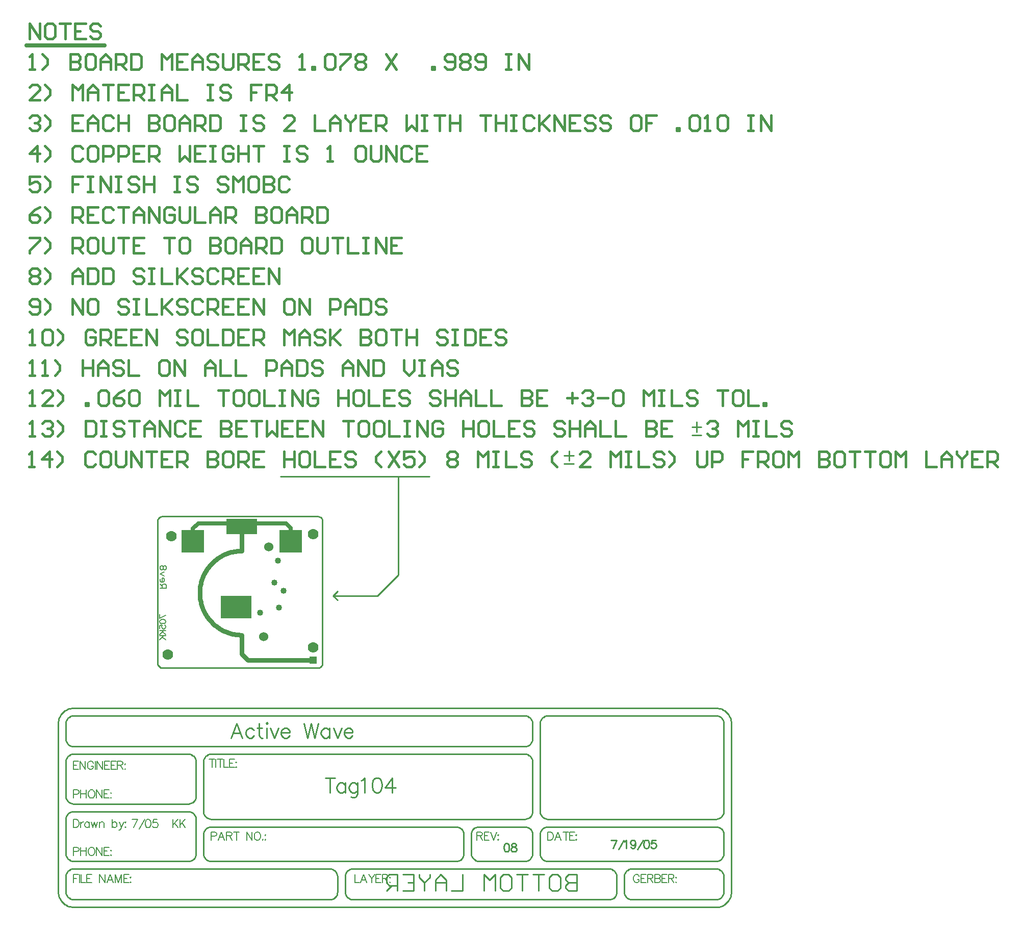
<source format=gbl>
%FSLAX24Y24*%
%MOIN*%
G70*
G01*
G75*
%ADD10R,0.0300X0.0300*%
%ADD11R,0.0360X0.0500*%
%ADD12R,0.0360X0.0360*%
%ADD13O,0.0160X0.0600*%
%ADD14C,0.0400*%
%ADD15O,0.0400X0.0160*%
%ADD16R,0.0200X0.0500*%
%ADD17R,0.0400X0.0550*%
%ADD18R,0.0236X0.0236*%
%ADD19R,0.0700X0.0236*%
%ADD20R,0.0236X0.1000*%
%ADD21R,0.0900X0.0236*%
%ADD22R,0.0236X0.0900*%
%ADD23O,0.0240X0.0800*%
%ADD24C,0.0080*%
%ADD25C,0.0150*%
%ADD26C,0.0100*%
%ADD27C,0.0120*%
%ADD28C,0.0140*%
%ADD29C,0.0160*%
%ADD30C,0.0060*%
%ADD31C,0.0250*%
%ADD32C,0.0070*%
%ADD33C,0.0090*%
%ADD34C,0.0050*%
%ADD35C,0.0700*%
%ADD36R,0.0500X0.0500*%
%ADD37C,0.0600*%
%ADD38C,0.0280*%
%ADD39C,0.0300*%
%ADD40R,0.2000X0.1500*%
%ADD41R,0.2000X0.1000*%
%ADD42R,0.1500X0.1500*%
D14*
X88866Y66927D02*
D03*
X88568Y65807D02*
D03*
X87316Y65477D02*
D03*
X88256Y67457D02*
D03*
X88476Y68877D02*
D03*
D24*
X80805Y67097D02*
X81205D01*
Y67297D01*
X81139Y67363D01*
X81005D01*
X80939Y67297D01*
Y67097D01*
Y67230D02*
X80805Y67363D01*
Y67697D02*
Y67563D01*
X80872Y67497D01*
X81005D01*
X81072Y67563D01*
Y67697D01*
X81005Y67763D01*
X80939D01*
Y67497D01*
X81072Y67897D02*
X80805Y68030D01*
X81072Y68163D01*
X81139Y68296D02*
X81205Y68363D01*
Y68496D01*
X81139Y68563D01*
X81072D01*
X81005Y68496D01*
X80939Y68563D01*
X80872D01*
X80805Y68496D01*
Y68363D01*
X80872Y68296D01*
X80939D01*
X81005Y68363D01*
X81072Y68296D01*
X81139D01*
X81005Y68363D02*
Y68496D01*
X79310Y51968D02*
X79056Y51434D01*
X78955Y51968D02*
X79310D01*
X79430Y51358D02*
X79785Y51968D01*
X79973D02*
X79897Y51942D01*
X79846Y51866D01*
X79821Y51739D01*
Y51663D01*
X79846Y51536D01*
X79897Y51460D01*
X79973Y51434D01*
X80024D01*
X80100Y51460D01*
X80151Y51536D01*
X80176Y51663D01*
Y51739D01*
X80151Y51866D01*
X80100Y51942D01*
X80024Y51968D01*
X79973D01*
X80600D02*
X80346D01*
X80321Y51739D01*
X80346Y51765D01*
X80423Y51790D01*
X80499D01*
X80575Y51765D01*
X80626Y51714D01*
X80651Y51638D01*
Y51587D01*
X80626Y51511D01*
X80575Y51460D01*
X80499Y51434D01*
X80423D01*
X80346Y51460D01*
X80321Y51485D01*
X80296Y51536D01*
X81608Y51968D02*
Y51434D01*
X81964Y51968D02*
X81608Y51612D01*
X81735Y51739D02*
X81964Y51434D01*
X82083Y51968D02*
Y51434D01*
X82439Y51968D02*
X82083Y51612D01*
X82210Y51739D02*
X82439Y51434D01*
D25*
X72242Y82992D02*
X72575D01*
X72409D01*
Y83991D01*
X72242Y83825D01*
X73075D02*
X73242Y83991D01*
X73575D01*
X73742Y83825D01*
Y83158D01*
X73575Y82992D01*
X73242D01*
X73075Y83158D01*
Y83825D01*
X74075Y82992D02*
X74408Y83325D01*
Y83658D01*
X74075Y83991D01*
X76574Y83825D02*
X76407Y83991D01*
X76074D01*
X75908Y83825D01*
Y83158D01*
X76074Y82992D01*
X76407D01*
X76574Y83158D01*
Y83492D01*
X76241D01*
X76907Y82992D02*
Y83991D01*
X77407D01*
X77574Y83825D01*
Y83492D01*
X77407Y83325D01*
X76907D01*
X77240D02*
X77574Y82992D01*
X78573Y83991D02*
X77907D01*
Y82992D01*
X78573D01*
X77907Y83492D02*
X78240D01*
X79573Y83991D02*
X78907D01*
Y82992D01*
X79573D01*
X78907Y83492D02*
X79240D01*
X79906Y82992D02*
Y83991D01*
X80573Y82992D01*
Y83991D01*
X82572Y83825D02*
X82405Y83991D01*
X82072D01*
X81906Y83825D01*
Y83658D01*
X82072Y83492D01*
X82405D01*
X82572Y83325D01*
Y83158D01*
X82405Y82992D01*
X82072D01*
X81906Y83158D01*
X83405Y83991D02*
X83072D01*
X82905Y83825D01*
Y83158D01*
X83072Y82992D01*
X83405D01*
X83572Y83158D01*
Y83825D01*
X83405Y83991D01*
X83905D02*
Y82992D01*
X84571D01*
X84905Y83991D02*
Y82992D01*
X85404D01*
X85571Y83158D01*
Y83825D01*
X85404Y83991D01*
X84905D01*
X86571D02*
X85904D01*
Y82992D01*
X86571D01*
X85904Y83492D02*
X86237D01*
X86904Y82992D02*
Y83991D01*
X87404D01*
X87570Y83825D01*
Y83492D01*
X87404Y83325D01*
X86904D01*
X87237D02*
X87570Y82992D01*
X88903D02*
Y83991D01*
X89237Y83658D01*
X89570Y83991D01*
Y82992D01*
X89903D02*
Y83658D01*
X90236Y83991D01*
X90569Y83658D01*
Y82992D01*
Y83492D01*
X89903D01*
X91569Y83825D02*
X91403Y83991D01*
X91069D01*
X90903Y83825D01*
Y83658D01*
X91069Y83492D01*
X91403D01*
X91569Y83325D01*
Y83158D01*
X91403Y82992D01*
X91069D01*
X90903Y83158D01*
X91902Y83991D02*
Y82992D01*
Y83325D01*
X92569Y83991D01*
X92069Y83492D01*
X92569Y82992D01*
X93902Y83991D02*
Y82992D01*
X94402D01*
X94568Y83158D01*
Y83325D01*
X94402Y83492D01*
X93902D01*
X94402D01*
X94568Y83658D01*
Y83825D01*
X94402Y83991D01*
X93902D01*
X95401D02*
X95068D01*
X94901Y83825D01*
Y83158D01*
X95068Y82992D01*
X95401D01*
X95568Y83158D01*
Y83825D01*
X95401Y83991D01*
X95901D02*
X96567D01*
X96234D01*
Y82992D01*
X96901Y83991D02*
Y82992D01*
Y83492D01*
X97567D01*
Y83991D01*
Y82992D01*
X99567Y83825D02*
X99400Y83991D01*
X99067D01*
X98900Y83825D01*
Y83658D01*
X99067Y83492D01*
X99400D01*
X99567Y83325D01*
Y83158D01*
X99400Y82992D01*
X99067D01*
X98900Y83158D01*
X99900Y83991D02*
X100233D01*
X100066D01*
Y82992D01*
X99900D01*
X100233D01*
X100733Y83991D02*
Y82992D01*
X101233D01*
X101399Y83158D01*
Y83825D01*
X101233Y83991D01*
X100733D01*
X102399D02*
X101732D01*
Y82992D01*
X102399D01*
X101732Y83492D02*
X102066D01*
X103399Y83825D02*
X103232Y83991D01*
X102899D01*
X102732Y83825D01*
Y83658D01*
X102899Y83492D01*
X103232D01*
X103399Y83325D01*
Y83158D01*
X103232Y82992D01*
X102899D01*
X102732Y83158D01*
X72242Y102992D02*
Y103991D01*
X72908Y102992D01*
Y103991D01*
X73742D02*
X73408D01*
X73242Y103825D01*
Y103158D01*
X73408Y102992D01*
X73742D01*
X73908Y103158D01*
Y103825D01*
X73742Y103991D01*
X74241D02*
X74908D01*
X74575D01*
Y102992D01*
X75908Y103991D02*
X75241D01*
Y102992D01*
X75908D01*
X75241Y103492D02*
X75574D01*
X76907Y103825D02*
X76741Y103991D01*
X76407D01*
X76241Y103825D01*
Y103658D01*
X76407Y103492D01*
X76741D01*
X76907Y103325D01*
Y103158D01*
X76741Y102992D01*
X76407D01*
X76241Y103158D01*
X72242Y97825D02*
X72409Y97991D01*
X72742D01*
X72908Y97825D01*
Y97658D01*
X72742Y97492D01*
X72575D01*
X72742D01*
X72908Y97325D01*
Y97158D01*
X72742Y96992D01*
X72409D01*
X72242Y97158D01*
X73242Y96992D02*
X73575Y97325D01*
Y97658D01*
X73242Y97991D01*
X75741D02*
X75074D01*
Y96992D01*
X75741D01*
X75074Y97492D02*
X75408D01*
X76074Y96992D02*
Y97658D01*
X76407Y97991D01*
X76741Y97658D01*
Y96992D01*
Y97492D01*
X76074D01*
X77740Y97825D02*
X77574Y97991D01*
X77240D01*
X77074Y97825D01*
Y97158D01*
X77240Y96992D01*
X77574D01*
X77740Y97158D01*
X78073Y97991D02*
Y96992D01*
Y97492D01*
X78740D01*
Y97991D01*
Y96992D01*
X80073Y97991D02*
Y96992D01*
X80573D01*
X80739Y97158D01*
Y97325D01*
X80573Y97492D01*
X80073D01*
X80573D01*
X80739Y97658D01*
Y97825D01*
X80573Y97991D01*
X80073D01*
X81572D02*
X81239D01*
X81073Y97825D01*
Y97158D01*
X81239Y96992D01*
X81572D01*
X81739Y97158D01*
Y97825D01*
X81572Y97991D01*
X82072Y96992D02*
Y97658D01*
X82405Y97991D01*
X82739Y97658D01*
Y96992D01*
Y97492D01*
X82072D01*
X83072Y96992D02*
Y97991D01*
X83572D01*
X83738Y97825D01*
Y97492D01*
X83572Y97325D01*
X83072D01*
X83405D02*
X83738Y96992D01*
X84072Y97991D02*
Y96992D01*
X84571D01*
X84738Y97158D01*
Y97825D01*
X84571Y97991D01*
X84072D01*
X86071D02*
X86404D01*
X86237D01*
Y96992D01*
X86071D01*
X86404D01*
X87570Y97825D02*
X87404Y97991D01*
X87071D01*
X86904Y97825D01*
Y97658D01*
X87071Y97492D01*
X87404D01*
X87570Y97325D01*
Y97158D01*
X87404Y96992D01*
X87071D01*
X86904Y97158D01*
X89570Y96992D02*
X88903D01*
X89570Y97658D01*
Y97825D01*
X89403Y97991D01*
X89070D01*
X88903Y97825D01*
X90903Y97991D02*
Y96992D01*
X91569D01*
X91902D02*
Y97658D01*
X92236Y97991D01*
X92569Y97658D01*
Y96992D01*
Y97492D01*
X91902D01*
X92902Y97991D02*
Y97825D01*
X93235Y97492D01*
X93568Y97825D01*
Y97991D01*
X93235Y97492D02*
Y96992D01*
X94568Y97991D02*
X93902D01*
Y96992D01*
X94568D01*
X93902Y97492D02*
X94235D01*
X94901Y96992D02*
Y97991D01*
X95401D01*
X95568Y97825D01*
Y97492D01*
X95401Y97325D01*
X94901D01*
X95235D02*
X95568Y96992D01*
X96901Y97991D02*
Y96992D01*
X97234Y97325D01*
X97567Y96992D01*
Y97991D01*
X97900D02*
X98234D01*
X98067D01*
Y96992D01*
X97900D01*
X98234D01*
X98733Y97991D02*
X99400D01*
X99067D01*
Y96992D01*
X99733Y97991D02*
Y96992D01*
Y97492D01*
X100400D01*
Y97991D01*
Y96992D01*
X101732Y97991D02*
X102399D01*
X102066D01*
Y96992D01*
X102732Y97991D02*
Y96992D01*
Y97492D01*
X103399D01*
Y97991D01*
Y96992D01*
X103732Y97991D02*
X104065D01*
X103898D01*
Y96992D01*
X103732D01*
X104065D01*
X105231Y97825D02*
X105065Y97991D01*
X104732D01*
X104565Y97825D01*
Y97158D01*
X104732Y96992D01*
X105065D01*
X105231Y97158D01*
X105565Y97991D02*
Y96992D01*
Y97325D01*
X106231Y97991D01*
X105731Y97492D01*
X106231Y96992D01*
X106564D02*
Y97991D01*
X107231Y96992D01*
Y97991D01*
X108230D02*
X107564D01*
Y96992D01*
X108230D01*
X107564Y97492D02*
X107897D01*
X109230Y97825D02*
X109063Y97991D01*
X108730D01*
X108564Y97825D01*
Y97658D01*
X108730Y97492D01*
X109063D01*
X109230Y97325D01*
Y97158D01*
X109063Y96992D01*
X108730D01*
X108564Y97158D01*
X110230Y97825D02*
X110063Y97991D01*
X109730D01*
X109563Y97825D01*
Y97658D01*
X109730Y97492D01*
X110063D01*
X110230Y97325D01*
Y97158D01*
X110063Y96992D01*
X109730D01*
X109563Y97158D01*
X112062Y97991D02*
X111729D01*
X111563Y97825D01*
Y97158D01*
X111729Y96992D01*
X112062D01*
X112229Y97158D01*
Y97825D01*
X112062Y97991D01*
X113229D02*
X112562D01*
Y97492D01*
X112896D01*
X112562D01*
Y96992D01*
X114562D02*
Y97158D01*
X114728D01*
Y96992D01*
X114562D01*
X115395Y97825D02*
X115561Y97991D01*
X115895D01*
X116061Y97825D01*
Y97158D01*
X115895Y96992D01*
X115561D01*
X115395Y97158D01*
Y97825D01*
X116394Y96992D02*
X116728D01*
X116561D01*
Y97991D01*
X116394Y97825D01*
X117227D02*
X117394Y97991D01*
X117727D01*
X117894Y97825D01*
Y97158D01*
X117727Y96992D01*
X117394D01*
X117227Y97158D01*
Y97825D01*
X119227Y97991D02*
X119560D01*
X119393D01*
Y96992D01*
X119227D01*
X119560D01*
X120060D02*
Y97991D01*
X120726Y96992D01*
Y97991D01*
X72742Y94992D02*
Y95991D01*
X72242Y95492D01*
X72908D01*
X73242Y94992D02*
X73575Y95325D01*
Y95658D01*
X73242Y95991D01*
X75741Y95825D02*
X75574Y95991D01*
X75241D01*
X75074Y95825D01*
Y95158D01*
X75241Y94992D01*
X75574D01*
X75741Y95158D01*
X76574Y95991D02*
X76241D01*
X76074Y95825D01*
Y95158D01*
X76241Y94992D01*
X76574D01*
X76741Y95158D01*
Y95825D01*
X76574Y95991D01*
X77074Y94992D02*
Y95991D01*
X77574D01*
X77740Y95825D01*
Y95492D01*
X77574Y95325D01*
X77074D01*
X78073Y94992D02*
Y95991D01*
X78573D01*
X78740Y95825D01*
Y95492D01*
X78573Y95325D01*
X78073D01*
X79740Y95991D02*
X79073D01*
Y94992D01*
X79740D01*
X79073Y95492D02*
X79406D01*
X80073Y94992D02*
Y95991D01*
X80573D01*
X80739Y95825D01*
Y95492D01*
X80573Y95325D01*
X80073D01*
X80406D02*
X80739Y94992D01*
X82072Y95991D02*
Y94992D01*
X82405Y95325D01*
X82739Y94992D01*
Y95991D01*
X83738D02*
X83072D01*
Y94992D01*
X83738D01*
X83072Y95492D02*
X83405D01*
X84072Y95991D02*
X84405D01*
X84238D01*
Y94992D01*
X84072D01*
X84405D01*
X85571Y95825D02*
X85404Y95991D01*
X85071D01*
X84905Y95825D01*
Y95158D01*
X85071Y94992D01*
X85404D01*
X85571Y95158D01*
Y95492D01*
X85238D01*
X85904Y95991D02*
Y94992D01*
Y95492D01*
X86571D01*
Y95991D01*
Y94992D01*
X86904Y95991D02*
X87570D01*
X87237D01*
Y94992D01*
X88903Y95991D02*
X89237D01*
X89070D01*
Y94992D01*
X88903D01*
X89237D01*
X90403Y95825D02*
X90236Y95991D01*
X89903D01*
X89736Y95825D01*
Y95658D01*
X89903Y95492D01*
X90236D01*
X90403Y95325D01*
Y95158D01*
X90236Y94992D01*
X89903D01*
X89736Y95158D01*
X91736Y94992D02*
X92069D01*
X91902D01*
Y95991D01*
X91736Y95825D01*
X94068Y95991D02*
X93735D01*
X93568Y95825D01*
Y95158D01*
X93735Y94992D01*
X94068D01*
X94235Y95158D01*
Y95825D01*
X94068Y95991D01*
X94568D02*
Y95158D01*
X94735Y94992D01*
X95068D01*
X95235Y95158D01*
Y95991D01*
X95568Y94992D02*
Y95991D01*
X96234Y94992D01*
Y95991D01*
X97234Y95825D02*
X97067Y95991D01*
X96734D01*
X96567Y95825D01*
Y95158D01*
X96734Y94992D01*
X97067D01*
X97234Y95158D01*
X98234Y95991D02*
X97567D01*
Y94992D01*
X98234D01*
X97567Y95492D02*
X97900D01*
X72908Y93991D02*
X72242D01*
Y93492D01*
X72575Y93658D01*
X72742D01*
X72908Y93492D01*
Y93158D01*
X72742Y92992D01*
X72409D01*
X72242Y93158D01*
X73242Y92992D02*
X73575Y93325D01*
Y93658D01*
X73242Y93991D01*
X75741D02*
X75074D01*
Y93492D01*
X75408D01*
X75074D01*
Y92992D01*
X76074Y93991D02*
X76407D01*
X76241D01*
Y92992D01*
X76074D01*
X76407D01*
X76907D02*
Y93991D01*
X77574Y92992D01*
Y93991D01*
X77907D02*
X78240D01*
X78073D01*
Y92992D01*
X77907D01*
X78240D01*
X79406Y93825D02*
X79240Y93991D01*
X78907D01*
X78740Y93825D01*
Y93658D01*
X78907Y93492D01*
X79240D01*
X79406Y93325D01*
Y93158D01*
X79240Y92992D01*
X78907D01*
X78740Y93158D01*
X79740Y93991D02*
Y92992D01*
Y93492D01*
X80406D01*
Y93991D01*
Y92992D01*
X81739Y93991D02*
X82072D01*
X81906D01*
Y92992D01*
X81739D01*
X82072D01*
X83238Y93825D02*
X83072Y93991D01*
X82739D01*
X82572Y93825D01*
Y93658D01*
X82739Y93492D01*
X83072D01*
X83238Y93325D01*
Y93158D01*
X83072Y92992D01*
X82739D01*
X82572Y93158D01*
X85238Y93825D02*
X85071Y93991D01*
X84738D01*
X84571Y93825D01*
Y93658D01*
X84738Y93492D01*
X85071D01*
X85238Y93325D01*
Y93158D01*
X85071Y92992D01*
X84738D01*
X84571Y93158D01*
X85571Y92992D02*
Y93991D01*
X85904Y93658D01*
X86237Y93991D01*
Y92992D01*
X87071Y93991D02*
X86737D01*
X86571Y93825D01*
Y93158D01*
X86737Y92992D01*
X87071D01*
X87237Y93158D01*
Y93825D01*
X87071Y93991D01*
X87570D02*
Y92992D01*
X88070D01*
X88237Y93158D01*
Y93325D01*
X88070Y93492D01*
X87570D01*
X88070D01*
X88237Y93658D01*
Y93825D01*
X88070Y93991D01*
X87570D01*
X89237Y93825D02*
X89070Y93991D01*
X88737D01*
X88570Y93825D01*
Y93158D01*
X88737Y92992D01*
X89070D01*
X89237Y93158D01*
X72908Y91991D02*
X72575Y91825D01*
X72242Y91492D01*
Y91158D01*
X72409Y90992D01*
X72742D01*
X72908Y91158D01*
Y91325D01*
X72742Y91492D01*
X72242D01*
X73242Y90992D02*
X73575Y91325D01*
Y91658D01*
X73242Y91991D01*
X75074Y90992D02*
Y91991D01*
X75574D01*
X75741Y91825D01*
Y91492D01*
X75574Y91325D01*
X75074D01*
X75408D02*
X75741Y90992D01*
X76741Y91991D02*
X76074D01*
Y90992D01*
X76741D01*
X76074Y91492D02*
X76407D01*
X77740Y91825D02*
X77574Y91991D01*
X77240D01*
X77074Y91825D01*
Y91158D01*
X77240Y90992D01*
X77574D01*
X77740Y91158D01*
X78073Y91991D02*
X78740D01*
X78407D01*
Y90992D01*
X79073D02*
Y91658D01*
X79406Y91991D01*
X79740Y91658D01*
Y90992D01*
Y91492D01*
X79073D01*
X80073Y90992D02*
Y91991D01*
X80739Y90992D01*
Y91991D01*
X81739Y91825D02*
X81572Y91991D01*
X81239D01*
X81073Y91825D01*
Y91158D01*
X81239Y90992D01*
X81572D01*
X81739Y91158D01*
Y91492D01*
X81406D01*
X82072Y91991D02*
Y91158D01*
X82239Y90992D01*
X82572D01*
X82739Y91158D01*
Y91991D01*
X83072D02*
Y90992D01*
X83738D01*
X84072D02*
Y91658D01*
X84405Y91991D01*
X84738Y91658D01*
Y90992D01*
Y91492D01*
X84072D01*
X85071Y90992D02*
Y91991D01*
X85571D01*
X85738Y91825D01*
Y91492D01*
X85571Y91325D01*
X85071D01*
X85404D02*
X85738Y90992D01*
X87071Y91991D02*
Y90992D01*
X87570D01*
X87737Y91158D01*
Y91325D01*
X87570Y91492D01*
X87071D01*
X87570D01*
X87737Y91658D01*
Y91825D01*
X87570Y91991D01*
X87071D01*
X88570D02*
X88237D01*
X88070Y91825D01*
Y91158D01*
X88237Y90992D01*
X88570D01*
X88737Y91158D01*
Y91825D01*
X88570Y91991D01*
X89070Y90992D02*
Y91658D01*
X89403Y91991D01*
X89736Y91658D01*
Y90992D01*
Y91492D01*
X89070D01*
X90070Y90992D02*
Y91991D01*
X90569D01*
X90736Y91825D01*
Y91492D01*
X90569Y91325D01*
X90070D01*
X90403D02*
X90736Y90992D01*
X91069Y91991D02*
Y90992D01*
X91569D01*
X91736Y91158D01*
Y91825D01*
X91569Y91991D01*
X91069D01*
X72242Y89991D02*
X72908D01*
Y89825D01*
X72242Y89158D01*
Y88992D01*
X73242D02*
X73575Y89325D01*
Y89658D01*
X73242Y89991D01*
X75074Y88992D02*
Y89991D01*
X75574D01*
X75741Y89825D01*
Y89492D01*
X75574Y89325D01*
X75074D01*
X75408D02*
X75741Y88992D01*
X76574Y89991D02*
X76241D01*
X76074Y89825D01*
Y89158D01*
X76241Y88992D01*
X76574D01*
X76741Y89158D01*
Y89825D01*
X76574Y89991D01*
X77074D02*
Y89158D01*
X77240Y88992D01*
X77574D01*
X77740Y89158D01*
Y89991D01*
X78073D02*
X78740D01*
X78407D01*
Y88992D01*
X79740Y89991D02*
X79073D01*
Y88992D01*
X79740D01*
X79073Y89492D02*
X79406D01*
X81073Y89991D02*
X81739D01*
X81406D01*
Y88992D01*
X82572Y89991D02*
X82239D01*
X82072Y89825D01*
Y89158D01*
X82239Y88992D01*
X82572D01*
X82739Y89158D01*
Y89825D01*
X82572Y89991D01*
X84072D02*
Y88992D01*
X84571D01*
X84738Y89158D01*
Y89325D01*
X84571Y89492D01*
X84072D01*
X84571D01*
X84738Y89658D01*
Y89825D01*
X84571Y89991D01*
X84072D01*
X85571D02*
X85238D01*
X85071Y89825D01*
Y89158D01*
X85238Y88992D01*
X85571D01*
X85738Y89158D01*
Y89825D01*
X85571Y89991D01*
X86071Y88992D02*
Y89658D01*
X86404Y89991D01*
X86737Y89658D01*
Y88992D01*
Y89492D01*
X86071D01*
X87071Y88992D02*
Y89991D01*
X87570D01*
X87737Y89825D01*
Y89492D01*
X87570Y89325D01*
X87071D01*
X87404D02*
X87737Y88992D01*
X88070Y89991D02*
Y88992D01*
X88570D01*
X88737Y89158D01*
Y89825D01*
X88570Y89991D01*
X88070D01*
X90569D02*
X90236D01*
X90070Y89825D01*
Y89158D01*
X90236Y88992D01*
X90569D01*
X90736Y89158D01*
Y89825D01*
X90569Y89991D01*
X91069D02*
Y89158D01*
X91236Y88992D01*
X91569D01*
X91736Y89158D01*
Y89991D01*
X92069D02*
X92735D01*
X92402D01*
Y88992D01*
X93069Y89991D02*
Y88992D01*
X93735D01*
X94068Y89991D02*
X94402D01*
X94235D01*
Y88992D01*
X94068D01*
X94402D01*
X94901D02*
Y89991D01*
X95568Y88992D01*
Y89991D01*
X96567D02*
X95901D01*
Y88992D01*
X96567D01*
X95901Y89492D02*
X96234D01*
X72242Y87825D02*
X72409Y87991D01*
X72742D01*
X72908Y87825D01*
Y87658D01*
X72742Y87492D01*
X72908Y87325D01*
Y87158D01*
X72742Y86992D01*
X72409D01*
X72242Y87158D01*
Y87325D01*
X72409Y87492D01*
X72242Y87658D01*
Y87825D01*
X72409Y87492D02*
X72742D01*
X73242Y86992D02*
X73575Y87325D01*
Y87658D01*
X73242Y87991D01*
X75074Y86992D02*
Y87658D01*
X75408Y87991D01*
X75741Y87658D01*
Y86992D01*
Y87492D01*
X75074D01*
X76074Y87991D02*
Y86992D01*
X76574D01*
X76741Y87158D01*
Y87825D01*
X76574Y87991D01*
X76074D01*
X77074D02*
Y86992D01*
X77574D01*
X77740Y87158D01*
Y87825D01*
X77574Y87991D01*
X77074D01*
X79740Y87825D02*
X79573Y87991D01*
X79240D01*
X79073Y87825D01*
Y87658D01*
X79240Y87492D01*
X79573D01*
X79740Y87325D01*
Y87158D01*
X79573Y86992D01*
X79240D01*
X79073Y87158D01*
X80073Y87991D02*
X80406D01*
X80239D01*
Y86992D01*
X80073D01*
X80406D01*
X80906Y87991D02*
Y86992D01*
X81572D01*
X81906Y87991D02*
Y86992D01*
Y87325D01*
X82572Y87991D01*
X82072Y87492D01*
X82572Y86992D01*
X83572Y87825D02*
X83405Y87991D01*
X83072D01*
X82905Y87825D01*
Y87658D01*
X83072Y87492D01*
X83405D01*
X83572Y87325D01*
Y87158D01*
X83405Y86992D01*
X83072D01*
X82905Y87158D01*
X84571Y87825D02*
X84405Y87991D01*
X84072D01*
X83905Y87825D01*
Y87158D01*
X84072Y86992D01*
X84405D01*
X84571Y87158D01*
X84905Y86992D02*
Y87991D01*
X85404D01*
X85571Y87825D01*
Y87492D01*
X85404Y87325D01*
X84905D01*
X85238D02*
X85571Y86992D01*
X86571Y87991D02*
X85904D01*
Y86992D01*
X86571D01*
X85904Y87492D02*
X86237D01*
X87570Y87991D02*
X86904D01*
Y86992D01*
X87570D01*
X86904Y87492D02*
X87237D01*
X87904Y86992D02*
Y87991D01*
X88570Y86992D01*
Y87991D01*
X72242Y85158D02*
X72409Y84992D01*
X72742D01*
X72908Y85158D01*
Y85825D01*
X72742Y85991D01*
X72409D01*
X72242Y85825D01*
Y85658D01*
X72409Y85492D01*
X72908D01*
X73242Y84992D02*
X73575Y85325D01*
Y85658D01*
X73242Y85991D01*
X75074Y84992D02*
Y85991D01*
X75741Y84992D01*
Y85991D01*
X76574D02*
X76241D01*
X76074Y85825D01*
Y85158D01*
X76241Y84992D01*
X76574D01*
X76741Y85158D01*
Y85825D01*
X76574Y85991D01*
X78740Y85825D02*
X78573Y85991D01*
X78240D01*
X78073Y85825D01*
Y85658D01*
X78240Y85492D01*
X78573D01*
X78740Y85325D01*
Y85158D01*
X78573Y84992D01*
X78240D01*
X78073Y85158D01*
X79073Y85991D02*
X79406D01*
X79240D01*
Y84992D01*
X79073D01*
X79406D01*
X79906Y85991D02*
Y84992D01*
X80573D01*
X80906Y85991D02*
Y84992D01*
Y85325D01*
X81572Y85991D01*
X81073Y85492D01*
X81572Y84992D01*
X82572Y85825D02*
X82405Y85991D01*
X82072D01*
X81906Y85825D01*
Y85658D01*
X82072Y85492D01*
X82405D01*
X82572Y85325D01*
Y85158D01*
X82405Y84992D01*
X82072D01*
X81906Y85158D01*
X83572Y85825D02*
X83405Y85991D01*
X83072D01*
X82905Y85825D01*
Y85158D01*
X83072Y84992D01*
X83405D01*
X83572Y85158D01*
X83905Y84992D02*
Y85991D01*
X84405D01*
X84571Y85825D01*
Y85492D01*
X84405Y85325D01*
X83905D01*
X84238D02*
X84571Y84992D01*
X85571Y85991D02*
X84905D01*
Y84992D01*
X85571D01*
X84905Y85492D02*
X85238D01*
X86571Y85991D02*
X85904D01*
Y84992D01*
X86571D01*
X85904Y85492D02*
X86237D01*
X86904Y84992D02*
Y85991D01*
X87570Y84992D01*
Y85991D01*
X89403D02*
X89070D01*
X88903Y85825D01*
Y85158D01*
X89070Y84992D01*
X89403D01*
X89570Y85158D01*
Y85825D01*
X89403Y85991D01*
X89903Y84992D02*
Y85991D01*
X90569Y84992D01*
Y85991D01*
X91902Y84992D02*
Y85991D01*
X92402D01*
X92569Y85825D01*
Y85492D01*
X92402Y85325D01*
X91902D01*
X92902Y84992D02*
Y85658D01*
X93235Y85991D01*
X93568Y85658D01*
Y84992D01*
Y85492D01*
X92902D01*
X93902Y85991D02*
Y84992D01*
X94402D01*
X94568Y85158D01*
Y85825D01*
X94402Y85991D01*
X93902D01*
X95568Y85825D02*
X95401Y85991D01*
X95068D01*
X94901Y85825D01*
Y85658D01*
X95068Y85492D01*
X95401D01*
X95568Y85325D01*
Y85158D01*
X95401Y84992D01*
X95068D01*
X94901Y85158D01*
X72242Y100992D02*
X72575D01*
X72409D01*
Y101991D01*
X72242Y101825D01*
X73075Y100992D02*
X73408Y101325D01*
Y101658D01*
X73075Y101991D01*
X74908D02*
Y100992D01*
X75408D01*
X75574Y101158D01*
Y101325D01*
X75408Y101492D01*
X74908D01*
X75408D01*
X75574Y101658D01*
Y101825D01*
X75408Y101991D01*
X74908D01*
X76407D02*
X76074D01*
X75908Y101825D01*
Y101158D01*
X76074Y100992D01*
X76407D01*
X76574Y101158D01*
Y101825D01*
X76407Y101991D01*
X76907Y100992D02*
Y101658D01*
X77240Y101991D01*
X77574Y101658D01*
Y100992D01*
Y101492D01*
X76907D01*
X77907Y100992D02*
Y101991D01*
X78407D01*
X78573Y101825D01*
Y101492D01*
X78407Y101325D01*
X77907D01*
X78240D02*
X78573Y100992D01*
X78907Y101991D02*
Y100992D01*
X79406D01*
X79573Y101158D01*
Y101825D01*
X79406Y101991D01*
X78907D01*
X80906Y100992D02*
Y101991D01*
X81239Y101658D01*
X81572Y101991D01*
Y100992D01*
X82572Y101991D02*
X81906D01*
Y100992D01*
X82572D01*
X81906Y101492D02*
X82239D01*
X82905Y100992D02*
Y101658D01*
X83238Y101991D01*
X83572Y101658D01*
Y100992D01*
Y101492D01*
X82905D01*
X84571Y101825D02*
X84405Y101991D01*
X84072D01*
X83905Y101825D01*
Y101658D01*
X84072Y101492D01*
X84405D01*
X84571Y101325D01*
Y101158D01*
X84405Y100992D01*
X84072D01*
X83905Y101158D01*
X84905Y101991D02*
Y101158D01*
X85071Y100992D01*
X85404D01*
X85571Y101158D01*
Y101991D01*
X85904Y100992D02*
Y101991D01*
X86404D01*
X86571Y101825D01*
Y101492D01*
X86404Y101325D01*
X85904D01*
X86237D02*
X86571Y100992D01*
X87570Y101991D02*
X86904D01*
Y100992D01*
X87570D01*
X86904Y101492D02*
X87237D01*
X88570Y101825D02*
X88403Y101991D01*
X88070D01*
X87904Y101825D01*
Y101658D01*
X88070Y101492D01*
X88403D01*
X88570Y101325D01*
Y101158D01*
X88403Y100992D01*
X88070D01*
X87904Y101158D01*
X89903Y100992D02*
X90236D01*
X90070D01*
Y101991D01*
X89903Y101825D01*
X90736Y100992D02*
Y101158D01*
X90903D01*
Y100992D01*
X90736D01*
X91569Y101825D02*
X91736Y101991D01*
X92069D01*
X92236Y101825D01*
Y101158D01*
X92069Y100992D01*
X91736D01*
X91569Y101158D01*
Y101825D01*
X92569Y101991D02*
X93235D01*
Y101825D01*
X92569Y101158D01*
Y100992D01*
X93568Y101825D02*
X93735Y101991D01*
X94068D01*
X94235Y101825D01*
Y101658D01*
X94068Y101492D01*
X94235Y101325D01*
Y101158D01*
X94068Y100992D01*
X93735D01*
X93568Y101158D01*
Y101325D01*
X93735Y101492D01*
X93568Y101658D01*
Y101825D01*
X93735Y101492D02*
X94068D01*
X95568Y101991D02*
X96234Y100992D01*
Y101991D02*
X95568Y100992D01*
X98567D02*
Y101158D01*
X98733D01*
Y100992D01*
X98567D01*
X99400Y101158D02*
X99567Y100992D01*
X99900D01*
X100066Y101158D01*
Y101825D01*
X99900Y101991D01*
X99567D01*
X99400Y101825D01*
Y101658D01*
X99567Y101492D01*
X100066D01*
X100400Y101825D02*
X100566Y101991D01*
X100899D01*
X101066Y101825D01*
Y101658D01*
X100899Y101492D01*
X101066Y101325D01*
Y101158D01*
X100899Y100992D01*
X100566D01*
X100400Y101158D01*
Y101325D01*
X100566Y101492D01*
X100400Y101658D01*
Y101825D01*
X100566Y101492D02*
X100899D01*
X101399Y101158D02*
X101566Y100992D01*
X101899D01*
X102066Y101158D01*
Y101825D01*
X101899Y101991D01*
X101566D01*
X101399Y101825D01*
Y101658D01*
X101566Y101492D01*
X102066D01*
X103399Y101991D02*
X103732D01*
X103565D01*
Y100992D01*
X103399D01*
X103732D01*
X104232D02*
Y101991D01*
X104898Y100992D01*
Y101991D01*
X72908Y98992D02*
X72242D01*
X72908Y99658D01*
Y99825D01*
X72742Y99991D01*
X72409D01*
X72242Y99825D01*
X73242Y98992D02*
X73575Y99325D01*
Y99658D01*
X73242Y99991D01*
X75074Y98992D02*
Y99991D01*
X75408Y99658D01*
X75741Y99991D01*
Y98992D01*
X76074D02*
Y99658D01*
X76407Y99991D01*
X76741Y99658D01*
Y98992D01*
Y99492D01*
X76074D01*
X77074Y99991D02*
X77740D01*
X77407D01*
Y98992D01*
X78740Y99991D02*
X78073D01*
Y98992D01*
X78740D01*
X78073Y99492D02*
X78407D01*
X79073Y98992D02*
Y99991D01*
X79573D01*
X79740Y99825D01*
Y99492D01*
X79573Y99325D01*
X79073D01*
X79406D02*
X79740Y98992D01*
X80073Y99991D02*
X80406D01*
X80239D01*
Y98992D01*
X80073D01*
X80406D01*
X80906D02*
Y99658D01*
X81239Y99991D01*
X81572Y99658D01*
Y98992D01*
Y99492D01*
X80906D01*
X81906Y99991D02*
Y98992D01*
X82572D01*
X83905Y99991D02*
X84238D01*
X84072D01*
Y98992D01*
X83905D01*
X84238D01*
X85404Y99825D02*
X85238Y99991D01*
X84905D01*
X84738Y99825D01*
Y99658D01*
X84905Y99492D01*
X85238D01*
X85404Y99325D01*
Y99158D01*
X85238Y98992D01*
X84905D01*
X84738Y99158D01*
X87404Y99991D02*
X86737D01*
Y99492D01*
X87071D01*
X86737D01*
Y98992D01*
X87737D02*
Y99991D01*
X88237D01*
X88403Y99825D01*
Y99492D01*
X88237Y99325D01*
X87737D01*
X88070D02*
X88403Y98992D01*
X89237D02*
Y99991D01*
X88737Y99492D01*
X89403D01*
X72242Y80992D02*
X72575D01*
X72409D01*
Y81991D01*
X72242Y81825D01*
X73075Y80992D02*
X73408D01*
X73242D01*
Y81991D01*
X73075Y81825D01*
X73908Y80992D02*
X74241Y81325D01*
Y81658D01*
X73908Y81991D01*
X75741D02*
Y80992D01*
Y81492D01*
X76407D01*
Y81991D01*
Y80992D01*
X76741D02*
Y81658D01*
X77074Y81991D01*
X77407Y81658D01*
Y80992D01*
Y81492D01*
X76741D01*
X78407Y81825D02*
X78240Y81991D01*
X77907D01*
X77740Y81825D01*
Y81658D01*
X77907Y81492D01*
X78240D01*
X78407Y81325D01*
Y81158D01*
X78240Y80992D01*
X77907D01*
X77740Y81158D01*
X78740Y81991D02*
Y80992D01*
X79406D01*
X81239Y81991D02*
X80906D01*
X80739Y81825D01*
Y81158D01*
X80906Y80992D01*
X81239D01*
X81406Y81158D01*
Y81825D01*
X81239Y81991D01*
X81739Y80992D02*
Y81991D01*
X82405Y80992D01*
Y81991D01*
X83738Y80992D02*
Y81658D01*
X84072Y81991D01*
X84405Y81658D01*
Y80992D01*
Y81492D01*
X83738D01*
X84738Y81991D02*
Y80992D01*
X85404D01*
X85738Y81991D02*
Y80992D01*
X86404D01*
X87737D02*
Y81991D01*
X88237D01*
X88403Y81825D01*
Y81492D01*
X88237Y81325D01*
X87737D01*
X88737Y80992D02*
Y81658D01*
X89070Y81991D01*
X89403Y81658D01*
Y80992D01*
Y81492D01*
X88737D01*
X89736Y81991D02*
Y80992D01*
X90236D01*
X90403Y81158D01*
Y81825D01*
X90236Y81991D01*
X89736D01*
X91403Y81825D02*
X91236Y81991D01*
X90903D01*
X90736Y81825D01*
Y81658D01*
X90903Y81492D01*
X91236D01*
X91403Y81325D01*
Y81158D01*
X91236Y80992D01*
X90903D01*
X90736Y81158D01*
X92735Y80992D02*
Y81658D01*
X93069Y81991D01*
X93402Y81658D01*
Y80992D01*
Y81492D01*
X92735D01*
X93735Y80992D02*
Y81991D01*
X94402Y80992D01*
Y81991D01*
X94735D02*
Y80992D01*
X95235D01*
X95401Y81158D01*
Y81825D01*
X95235Y81991D01*
X94735D01*
X96734D02*
Y81325D01*
X97067Y80992D01*
X97401Y81325D01*
Y81991D01*
X97734D02*
X98067D01*
X97900D01*
Y80992D01*
X97734D01*
X98067D01*
X98567D02*
Y81658D01*
X98900Y81991D01*
X99233Y81658D01*
Y80992D01*
Y81492D01*
X98567D01*
X100233Y81825D02*
X100066Y81991D01*
X99733D01*
X99567Y81825D01*
Y81658D01*
X99733Y81492D01*
X100066D01*
X100233Y81325D01*
Y81158D01*
X100066Y80992D01*
X99733D01*
X99567Y81158D01*
X72252Y79002D02*
X72585D01*
X72419D01*
Y80001D01*
X72252Y79835D01*
X73752Y79002D02*
X73085D01*
X73752Y79668D01*
Y79835D01*
X73585Y80001D01*
X73252D01*
X73085Y79835D01*
X74085Y79002D02*
X74418Y79335D01*
Y79668D01*
X74085Y80001D01*
X75918Y79002D02*
Y79168D01*
X76084D01*
Y79002D01*
X75918D01*
X76751Y79835D02*
X76917Y80001D01*
X77250D01*
X77417Y79835D01*
Y79168D01*
X77250Y79002D01*
X76917D01*
X76751Y79168D01*
Y79835D01*
X78417Y80001D02*
X78083Y79835D01*
X77750Y79502D01*
Y79168D01*
X77917Y79002D01*
X78250D01*
X78417Y79168D01*
Y79335D01*
X78250Y79502D01*
X77750D01*
X78750Y79835D02*
X78917Y80001D01*
X79250D01*
X79416Y79835D01*
Y79168D01*
X79250Y79002D01*
X78917D01*
X78750Y79168D01*
Y79835D01*
X80749Y79002D02*
Y80001D01*
X81082Y79668D01*
X81416Y80001D01*
Y79002D01*
X81749Y80001D02*
X82082D01*
X81916D01*
Y79002D01*
X81749D01*
X82082D01*
X82582Y80001D02*
Y79002D01*
X83248D01*
X84581Y80001D02*
X85248D01*
X84915D01*
Y79002D01*
X86081Y80001D02*
X85748D01*
X85581Y79835D01*
Y79168D01*
X85748Y79002D01*
X86081D01*
X86248Y79168D01*
Y79835D01*
X86081Y80001D01*
X87081D02*
X86747D01*
X86581Y79835D01*
Y79168D01*
X86747Y79002D01*
X87081D01*
X87247Y79168D01*
Y79835D01*
X87081Y80001D01*
X87580D02*
Y79002D01*
X88247D01*
X88580Y80001D02*
X88913D01*
X88747D01*
Y79002D01*
X88580D01*
X88913D01*
X89413D02*
Y80001D01*
X90080Y79002D01*
Y80001D01*
X91079Y79835D02*
X90913Y80001D01*
X90579D01*
X90413Y79835D01*
Y79168D01*
X90579Y79002D01*
X90913D01*
X91079Y79168D01*
Y79502D01*
X90746D01*
X92412Y80001D02*
Y79002D01*
Y79502D01*
X93079D01*
Y80001D01*
Y79002D01*
X93912Y80001D02*
X93578D01*
X93412Y79835D01*
Y79168D01*
X93578Y79002D01*
X93912D01*
X94078Y79168D01*
Y79835D01*
X93912Y80001D01*
X94412D02*
Y79002D01*
X95078D01*
X96078Y80001D02*
X95411D01*
Y79002D01*
X96078D01*
X95411Y79502D02*
X95744D01*
X97077Y79835D02*
X96911Y80001D01*
X96578D01*
X96411Y79835D01*
Y79668D01*
X96578Y79502D01*
X96911D01*
X97077Y79335D01*
Y79168D01*
X96911Y79002D01*
X96578D01*
X96411Y79168D01*
X99077Y79835D02*
X98910Y80001D01*
X98577D01*
X98410Y79835D01*
Y79668D01*
X98577Y79502D01*
X98910D01*
X99077Y79335D01*
Y79168D01*
X98910Y79002D01*
X98577D01*
X98410Y79168D01*
X99410Y80001D02*
Y79002D01*
Y79502D01*
X100076D01*
Y80001D01*
Y79002D01*
X100410D02*
Y79668D01*
X100743Y80001D01*
X101076Y79668D01*
Y79002D01*
Y79502D01*
X100410D01*
X101409Y80001D02*
Y79002D01*
X102076D01*
X102409Y80001D02*
Y79002D01*
X103075D01*
X104408Y80001D02*
Y79002D01*
X104908D01*
X105075Y79168D01*
Y79335D01*
X104908Y79502D01*
X104408D01*
X104908D01*
X105075Y79668D01*
Y79835D01*
X104908Y80001D01*
X104408D01*
X106074D02*
X105408D01*
Y79002D01*
X106074D01*
X105408Y79502D02*
X105741D01*
X107407D02*
X108074D01*
X107741Y79835D02*
Y79168D01*
X108407Y79835D02*
X108574Y80001D01*
X108907D01*
X109073Y79835D01*
Y79668D01*
X108907Y79502D01*
X108740D01*
X108907D01*
X109073Y79335D01*
Y79168D01*
X108907Y79002D01*
X108574D01*
X108407Y79168D01*
X109407Y79502D02*
X110073D01*
X110406Y79835D02*
X110573Y80001D01*
X110906D01*
X111073Y79835D01*
Y79168D01*
X110906Y79002D01*
X110573D01*
X110406Y79168D01*
Y79835D01*
X112406Y79002D02*
Y80001D01*
X112739Y79668D01*
X113072Y80001D01*
Y79002D01*
X113405Y80001D02*
X113739D01*
X113572D01*
Y79002D01*
X113405D01*
X113739D01*
X114238Y80001D02*
Y79002D01*
X114905D01*
X115905Y79835D02*
X115738Y80001D01*
X115405D01*
X115238Y79835D01*
Y79668D01*
X115405Y79502D01*
X115738D01*
X115905Y79335D01*
Y79168D01*
X115738Y79002D01*
X115405D01*
X115238Y79168D01*
X117237Y80001D02*
X117904D01*
X117571D01*
Y79002D01*
X118737Y80001D02*
X118404D01*
X118237Y79835D01*
Y79168D01*
X118404Y79002D01*
X118737D01*
X118904Y79168D01*
Y79835D01*
X118737Y80001D01*
X119237D02*
Y79002D01*
X119903D01*
X120237D02*
Y79168D01*
X120403D01*
Y79002D01*
X120237D01*
X72252Y77012D02*
X72585D01*
X72419D01*
Y78011D01*
X72252Y77845D01*
X73085D02*
X73252Y78011D01*
X73585D01*
X73752Y77845D01*
Y77678D01*
X73585Y77512D01*
X73418D01*
X73585D01*
X73752Y77345D01*
Y77178D01*
X73585Y77012D01*
X73252D01*
X73085Y77178D01*
X74085Y77012D02*
X74418Y77345D01*
Y77678D01*
X74085Y78011D01*
X75918D02*
Y77012D01*
X76417D01*
X76584Y77178D01*
Y77845D01*
X76417Y78011D01*
X75918D01*
X76917D02*
X77250D01*
X77084D01*
Y77012D01*
X76917D01*
X77250D01*
X78417Y77845D02*
X78250Y78011D01*
X77917D01*
X77750Y77845D01*
Y77678D01*
X77917Y77512D01*
X78250D01*
X78417Y77345D01*
Y77178D01*
X78250Y77012D01*
X77917D01*
X77750Y77178D01*
X78750Y78011D02*
X79416D01*
X79083D01*
Y77012D01*
X79750D02*
Y77678D01*
X80083Y78011D01*
X80416Y77678D01*
Y77012D01*
Y77512D01*
X79750D01*
X80749Y77012D02*
Y78011D01*
X81416Y77012D01*
Y78011D01*
X82415Y77845D02*
X82249Y78011D01*
X81916D01*
X81749Y77845D01*
Y77178D01*
X81916Y77012D01*
X82249D01*
X82415Y77178D01*
X83415Y78011D02*
X82749D01*
Y77012D01*
X83415D01*
X82749Y77512D02*
X83082D01*
X84748Y78011D02*
Y77012D01*
X85248D01*
X85414Y77178D01*
Y77345D01*
X85248Y77512D01*
X84748D01*
X85248D01*
X85414Y77678D01*
Y77845D01*
X85248Y78011D01*
X84748D01*
X86414D02*
X85748D01*
Y77012D01*
X86414D01*
X85748Y77512D02*
X86081D01*
X86747Y78011D02*
X87414D01*
X87081D01*
Y77012D01*
X87747Y78011D02*
Y77012D01*
X88080Y77345D01*
X88413Y77012D01*
Y78011D01*
X89413D02*
X88747D01*
Y77012D01*
X89413D01*
X88747Y77512D02*
X89080D01*
X90413Y78011D02*
X89746D01*
Y77012D01*
X90413D01*
X89746Y77512D02*
X90080D01*
X90746Y77012D02*
Y78011D01*
X91412Y77012D01*
Y78011D01*
X92745D02*
X93412D01*
X93079D01*
Y77012D01*
X94245Y78011D02*
X93912D01*
X93745Y77845D01*
Y77178D01*
X93912Y77012D01*
X94245D01*
X94412Y77178D01*
Y77845D01*
X94245Y78011D01*
X95245D02*
X94911D01*
X94745Y77845D01*
Y77178D01*
X94911Y77012D01*
X95245D01*
X95411Y77178D01*
Y77845D01*
X95245Y78011D01*
X95744D02*
Y77012D01*
X96411D01*
X96744Y78011D02*
X97077D01*
X96911D01*
Y77012D01*
X96744D01*
X97077D01*
X97577D02*
Y78011D01*
X98244Y77012D01*
Y78011D01*
X99243Y77845D02*
X99077Y78011D01*
X98743D01*
X98577Y77845D01*
Y77178D01*
X98743Y77012D01*
X99077D01*
X99243Y77178D01*
Y77512D01*
X98910D01*
X100576Y78011D02*
Y77012D01*
Y77512D01*
X101243D01*
Y78011D01*
Y77012D01*
X102076Y78011D02*
X101742D01*
X101576Y77845D01*
Y77178D01*
X101742Y77012D01*
X102076D01*
X102242Y77178D01*
Y77845D01*
X102076Y78011D01*
X102576D02*
Y77012D01*
X103242D01*
X104242Y78011D02*
X103575D01*
Y77012D01*
X104242D01*
X103575Y77512D02*
X103908D01*
X105241Y77845D02*
X105075Y78011D01*
X104742D01*
X104575Y77845D01*
Y77678D01*
X104742Y77512D01*
X105075D01*
X105241Y77345D01*
Y77178D01*
X105075Y77012D01*
X104742D01*
X104575Y77178D01*
X107241Y77845D02*
X107074Y78011D01*
X106741D01*
X106574Y77845D01*
Y77678D01*
X106741Y77512D01*
X107074D01*
X107241Y77345D01*
Y77178D01*
X107074Y77012D01*
X106741D01*
X106574Y77178D01*
X107574Y78011D02*
Y77012D01*
Y77512D01*
X108240D01*
Y78011D01*
Y77012D01*
X108574D02*
Y77678D01*
X108907Y78011D01*
X109240Y77678D01*
Y77012D01*
Y77512D01*
X108574D01*
X109573Y78011D02*
Y77012D01*
X110240D01*
X110573Y78011D02*
Y77012D01*
X111239D01*
X112572Y78011D02*
Y77012D01*
X113072D01*
X113239Y77178D01*
Y77345D01*
X113072Y77512D01*
X112572D01*
X113072D01*
X113239Y77678D01*
Y77845D01*
X113072Y78011D01*
X112572D01*
X114238D02*
X113572D01*
Y77012D01*
X114238D01*
X113572Y77512D02*
X113905D01*
X116571Y77845D02*
X116738Y78011D01*
X117071D01*
X117237Y77845D01*
Y77678D01*
X117071Y77512D01*
X116904D01*
X117071D01*
X117237Y77345D01*
Y77178D01*
X117071Y77012D01*
X116738D01*
X116571Y77178D01*
X118570Y77012D02*
Y78011D01*
X118904Y77678D01*
X119237Y78011D01*
Y77012D01*
X119570Y78011D02*
X119903D01*
X119737D01*
Y77012D01*
X119570D01*
X119903D01*
X120403Y78011D02*
Y77012D01*
X121070D01*
X122069Y77845D02*
X121903Y78011D01*
X121569D01*
X121403Y77845D01*
Y77678D01*
X121569Y77512D01*
X121903D01*
X122069Y77345D01*
Y77178D01*
X121903Y77012D01*
X121569D01*
X121403Y77178D01*
X72222Y75007D02*
X72555D01*
X72389D01*
Y76006D01*
X72222Y75840D01*
X73555Y75007D02*
Y76006D01*
X73055Y75507D01*
X73722D01*
X74055Y75007D02*
X74388Y75340D01*
Y75673D01*
X74055Y76006D01*
X76554Y75840D02*
X76387Y76006D01*
X76054D01*
X75888Y75840D01*
Y75173D01*
X76054Y75007D01*
X76387D01*
X76554Y75173D01*
X77387Y76006D02*
X77054D01*
X76887Y75840D01*
Y75173D01*
X77054Y75007D01*
X77387D01*
X77554Y75173D01*
Y75840D01*
X77387Y76006D01*
X77887D02*
Y75173D01*
X78053Y75007D01*
X78387D01*
X78553Y75173D01*
Y76006D01*
X78887Y75007D02*
Y76006D01*
X79553Y75007D01*
Y76006D01*
X79886D02*
X80553D01*
X80219D01*
Y75007D01*
X81552Y76006D02*
X80886D01*
Y75007D01*
X81552D01*
X80886Y75507D02*
X81219D01*
X81886Y75007D02*
Y76006D01*
X82385D01*
X82552Y75840D01*
Y75507D01*
X82385Y75340D01*
X81886D01*
X82219D02*
X82552Y75007D01*
X83885Y76006D02*
Y75007D01*
X84385D01*
X84551Y75173D01*
Y75340D01*
X84385Y75507D01*
X83885D01*
X84385D01*
X84551Y75673D01*
Y75840D01*
X84385Y76006D01*
X83885D01*
X85384D02*
X85051D01*
X84885Y75840D01*
Y75173D01*
X85051Y75007D01*
X85384D01*
X85551Y75173D01*
Y75840D01*
X85384Y76006D01*
X85884Y75007D02*
Y76006D01*
X86384D01*
X86551Y75840D01*
Y75507D01*
X86384Y75340D01*
X85884D01*
X86217D02*
X86551Y75007D01*
X87550Y76006D02*
X86884D01*
Y75007D01*
X87550D01*
X86884Y75507D02*
X87217D01*
X88883Y76006D02*
Y75007D01*
Y75507D01*
X89550D01*
Y76006D01*
Y75007D01*
X90383Y76006D02*
X90050D01*
X89883Y75840D01*
Y75173D01*
X90050Y75007D01*
X90383D01*
X90549Y75173D01*
Y75840D01*
X90383Y76006D01*
X90883D02*
Y75007D01*
X91549D01*
X92549Y76006D02*
X91882D01*
Y75007D01*
X92549D01*
X91882Y75507D02*
X92216D01*
X93548Y75840D02*
X93382Y76006D01*
X93049D01*
X92882Y75840D01*
Y75673D01*
X93049Y75507D01*
X93382D01*
X93548Y75340D01*
Y75173D01*
X93382Y75007D01*
X93049D01*
X92882Y75173D01*
X95215Y75007D02*
X94881Y75340D01*
Y75673D01*
X95215Y76006D01*
X95714D02*
X96381Y75007D01*
Y76006D02*
X95714Y75007D01*
X97381Y76006D02*
X96714D01*
Y75507D01*
X97047Y75673D01*
X97214D01*
X97381Y75507D01*
Y75173D01*
X97214Y75007D01*
X96881D01*
X96714Y75173D01*
X97714Y75007D02*
X98047Y75340D01*
Y75673D01*
X97714Y76006D01*
X99547Y75840D02*
X99713Y76006D01*
X100046D01*
X100213Y75840D01*
Y75673D01*
X100046Y75507D01*
X100213Y75340D01*
Y75173D01*
X100046Y75007D01*
X99713D01*
X99547Y75173D01*
Y75340D01*
X99713Y75507D01*
X99547Y75673D01*
Y75840D01*
X99713Y75507D02*
X100046D01*
X101546Y75007D02*
Y76006D01*
X101879Y75673D01*
X102212Y76006D01*
Y75007D01*
X102546Y76006D02*
X102879D01*
X102712D01*
Y75007D01*
X102546D01*
X102879D01*
X103379Y76006D02*
Y75007D01*
X104045D01*
X105045Y75840D02*
X104878Y76006D01*
X104545D01*
X104378Y75840D01*
Y75673D01*
X104545Y75507D01*
X104878D01*
X105045Y75340D01*
Y75173D01*
X104878Y75007D01*
X104545D01*
X104378Y75173D01*
X106711Y75007D02*
X106378Y75340D01*
Y75673D01*
X106711Y76006D01*
X108877Y75007D02*
X108210D01*
X108877Y75673D01*
Y75840D01*
X108710Y76006D01*
X108377D01*
X108210Y75840D01*
X110210Y75007D02*
Y76006D01*
X110543Y75673D01*
X110876Y76006D01*
Y75007D01*
X111209Y76006D02*
X111543D01*
X111376D01*
Y75007D01*
X111209D01*
X111543D01*
X112042Y76006D02*
Y75007D01*
X112709D01*
X113709Y75840D02*
X113542Y76006D01*
X113209D01*
X113042Y75840D01*
Y75673D01*
X113209Y75507D01*
X113542D01*
X113709Y75340D01*
Y75173D01*
X113542Y75007D01*
X113209D01*
X113042Y75173D01*
X114042Y75007D02*
X114375Y75340D01*
Y75673D01*
X114042Y76006D01*
X115875D02*
Y75173D01*
X116041Y75007D01*
X116374D01*
X116541Y75173D01*
Y76006D01*
X116874Y75007D02*
Y76006D01*
X117374D01*
X117541Y75840D01*
Y75507D01*
X117374Y75340D01*
X116874D01*
X119540Y76006D02*
X118874D01*
Y75507D01*
X119207D01*
X118874D01*
Y75007D01*
X119873D02*
Y76006D01*
X120373D01*
X120540Y75840D01*
Y75507D01*
X120373Y75340D01*
X119873D01*
X120207D02*
X120540Y75007D01*
X121373Y76006D02*
X121040D01*
X120873Y75840D01*
Y75173D01*
X121040Y75007D01*
X121373D01*
X121539Y75173D01*
Y75840D01*
X121373Y76006D01*
X121873Y75007D02*
Y76006D01*
X122206Y75673D01*
X122539Y76006D01*
Y75007D01*
X123872Y76006D02*
Y75007D01*
X124372D01*
X124538Y75173D01*
Y75340D01*
X124372Y75507D01*
X123872D01*
X124372D01*
X124538Y75673D01*
Y75840D01*
X124372Y76006D01*
X123872D01*
X125372D02*
X125038D01*
X124872Y75840D01*
Y75173D01*
X125038Y75007D01*
X125372D01*
X125538Y75173D01*
Y75840D01*
X125372Y76006D01*
X125871D02*
X126538D01*
X126205D01*
Y75007D01*
X126871Y76006D02*
X127537D01*
X127204D01*
Y75007D01*
X128371Y76006D02*
X128037D01*
X127871Y75840D01*
Y75173D01*
X128037Y75007D01*
X128371D01*
X128537Y75173D01*
Y75840D01*
X128371Y76006D01*
X128870Y75007D02*
Y76006D01*
X129204Y75673D01*
X129537Y76006D01*
Y75007D01*
X130870Y76006D02*
Y75007D01*
X131536D01*
X131869D02*
Y75673D01*
X132203Y76006D01*
X132536Y75673D01*
Y75007D01*
Y75507D01*
X131869D01*
X132869Y76006D02*
Y75840D01*
X133202Y75507D01*
X133536Y75840D01*
Y76006D01*
X133202Y75507D02*
Y75007D01*
X134535Y76006D02*
X133869D01*
Y75007D01*
X134535D01*
X133869Y75507D02*
X134202D01*
X134868Y75007D02*
Y76006D01*
X135368D01*
X135535Y75840D01*
Y75507D01*
X135368Y75340D01*
X134868D01*
X135202D02*
X135535Y75007D01*
D26*
X108016Y48373D02*
Y47307D01*
X107483D01*
X107305Y47484D01*
Y47662D01*
X107483Y47840D01*
X108016D01*
X107483D01*
X107305Y48018D01*
Y48195D01*
X107483Y48373D01*
X108016D01*
X106417D02*
X106772D01*
X106950Y48195D01*
Y47484D01*
X106772Y47307D01*
X106417D01*
X106239Y47484D01*
Y48195D01*
X106417Y48373D01*
X105883D02*
X105173D01*
X105528D01*
Y47307D01*
X104817Y48373D02*
X104106D01*
X104462D01*
Y47307D01*
X103218Y48373D02*
X103573D01*
X103751Y48195D01*
Y47484D01*
X103573Y47307D01*
X103218D01*
X103040Y47484D01*
Y48195D01*
X103218Y48373D01*
X102684Y47307D02*
Y48373D01*
X102329Y48018D01*
X101974Y48373D01*
Y47307D01*
X100552Y48373D02*
Y47307D01*
X99841D01*
X99486D02*
Y48018D01*
X99130Y48373D01*
X98775Y48018D01*
Y47307D01*
Y47840D01*
X99486D01*
X98419Y48373D02*
Y48195D01*
X98064Y47840D01*
X97708Y48195D01*
Y48373D01*
X98064Y47840D02*
Y47307D01*
X96642Y48373D02*
X97353D01*
Y47307D01*
X96642D01*
X97353Y47840D02*
X96997D01*
X96287Y47307D02*
Y48373D01*
X95753D01*
X95576Y48195D01*
Y47840D01*
X95753Y47662D01*
X96287D01*
X95931D02*
X95576Y47307D01*
X117625Y51005D02*
X117616Y51101D01*
X117588Y51193D01*
X117543Y51277D01*
X117482Y51351D01*
X117407Y51412D01*
X117323Y51458D01*
X117231Y51486D01*
X117135Y51495D01*
X106125D02*
X106028Y51485D01*
X105934Y51457D01*
X105847Y51411D01*
X105772Y51349D01*
X105710Y51273D01*
X105663Y51186D01*
X105635Y51093D01*
X105625Y50995D01*
X117125Y51995D02*
X117223Y52005D01*
X117317Y52033D01*
X117403Y52079D01*
X117479Y52141D01*
X117541Y52217D01*
X117587Y52304D01*
X117616Y52397D01*
X117625Y52495D01*
X105625D02*
X105635Y52397D01*
X105663Y52304D01*
X105710Y52217D01*
X105772Y52141D01*
X105847Y52079D01*
X105934Y52033D01*
X106028Y52005D01*
X106125Y51995D01*
X75125Y59245D02*
X75027Y59240D01*
X74930Y59226D01*
X74835Y59202D01*
X74743Y59169D01*
X74654Y59127D01*
X74570Y59076D01*
X74491Y59018D01*
X74418Y58952D01*
X74352Y58879D01*
X74294Y58801D01*
X74243Y58716D01*
X74201Y58628D01*
X74168Y58535D01*
X74144Y58440D01*
X74130Y58343D01*
X74125Y58245D01*
Y47255D02*
X74130Y47157D01*
X74144Y47060D01*
X74168Y46965D01*
X74200Y46873D01*
X74242Y46784D01*
X74292Y46699D01*
X74350Y46620D01*
X74415Y46547D01*
X74487Y46481D01*
X74565Y46421D01*
X74648Y46370D01*
X74737Y46327D01*
X74828Y46293D01*
X74923Y46268D01*
X75020Y46252D01*
X75118Y46245D01*
X117125Y46245D02*
X117223Y46250D01*
X117320Y46264D01*
X117416Y46288D01*
X117508Y46321D01*
X117597Y46363D01*
X117681Y46414D01*
X117760Y46472D01*
X117832Y46538D01*
X117898Y46611D01*
X117957Y46689D01*
X118007Y46774D01*
X118049Y46862D01*
X118082Y46955D01*
X118106Y47050D01*
X118120Y47147D01*
X118125Y47245D01*
Y58245D02*
X118120Y58343D01*
X118106Y58440D01*
X118082Y58535D01*
X118049Y58628D01*
X118007Y58716D01*
X117957Y58801D01*
X117898Y58879D01*
X117832Y58952D01*
X117760Y59018D01*
X117681Y59076D01*
X117597Y59127D01*
X117508Y59169D01*
X117416Y59202D01*
X117320Y59226D01*
X117223Y59240D01*
X117125Y59245D01*
X117625Y58255D02*
X117615Y58353D01*
X117586Y58446D01*
X117539Y58533D01*
X117476Y58607D01*
X117399Y58668D01*
X117311Y58712D01*
X117216Y58738D01*
X117118Y58745D01*
X117125Y49245D02*
X117223Y49255D01*
X117317Y49283D01*
X117403Y49329D01*
X117479Y49391D01*
X117541Y49467D01*
X117587Y49554D01*
X117616Y49647D01*
X117625Y49745D01*
X117625Y48254D02*
X117614Y48350D01*
X117585Y48442D01*
X117538Y48527D01*
X117476Y48602D01*
X117400Y48663D01*
X117315Y48708D01*
X117222Y48736D01*
X117125Y48745D01*
Y46745D02*
X117223Y46755D01*
X117317Y46783D01*
X117403Y46829D01*
X117479Y46891D01*
X117541Y46967D01*
X117587Y47054D01*
X117616Y47147D01*
X117625Y47245D01*
X104625Y49245D02*
X104723Y49255D01*
X104817Y49283D01*
X104903Y49329D01*
X104979Y49391D01*
X105041Y49467D01*
X105087Y49554D01*
X105116Y49647D01*
X105125Y49745D01*
X105625Y49735D02*
X105635Y49638D01*
X105663Y49546D01*
X105710Y49460D01*
X105772Y49386D01*
X105847Y49325D01*
X105934Y49280D01*
X106027Y49253D01*
X106124Y49245D01*
X105125Y51005D02*
X105116Y51101D01*
X105088Y51193D01*
X105043Y51277D01*
X104982Y51351D01*
X104907Y51412D01*
X104823Y51458D01*
X104731Y51486D01*
X104635Y51495D01*
X74625Y47245D02*
X74635Y47149D01*
X74662Y47056D01*
X74708Y46970D01*
X74769Y46895D01*
X74843Y46832D01*
X74928Y46786D01*
X75020Y46756D01*
X75117Y46745D01*
X104634Y51995D02*
X104730Y52006D01*
X104823Y52036D01*
X104908Y52082D01*
X104982Y52144D01*
X105043Y52220D01*
X105088Y52306D01*
X105116Y52399D01*
X105125Y52495D01*
X75125Y48745D02*
X75028Y48735D01*
X74934Y48707D01*
X74847Y48661D01*
X74772Y48599D01*
X74710Y48523D01*
X74663Y48436D01*
X74635Y48343D01*
X74625Y48245D01*
X105125Y55745D02*
X105116Y55843D01*
X105087Y55936D01*
X105041Y56023D01*
X104979Y56099D01*
X104903Y56161D01*
X104817Y56207D01*
X104723Y56235D01*
X104625Y56245D01*
Y56745D02*
X104723Y56755D01*
X104817Y56783D01*
X104903Y56829D01*
X104979Y56891D01*
X105041Y56967D01*
X105087Y57054D01*
X105116Y57147D01*
X105125Y57245D01*
X106125Y58745D02*
X106028Y58735D01*
X105934Y58707D01*
X105847Y58661D01*
X105772Y58599D01*
X105710Y58523D01*
X105663Y58436D01*
X105635Y58343D01*
X105625Y58245D01*
X105125D02*
X105116Y58343D01*
X105087Y58436D01*
X105041Y58523D01*
X104979Y58599D01*
X104903Y58661D01*
X104817Y58707D01*
X104723Y58735D01*
X104625Y58745D01*
X75125D02*
X75028Y58735D01*
X74934Y58707D01*
X74847Y58661D01*
X74772Y58599D01*
X74710Y58523D01*
X74663Y58436D01*
X74635Y58343D01*
X74625Y58245D01*
Y57245D02*
X74635Y57147D01*
X74663Y57054D01*
X74710Y56967D01*
X74772Y56891D01*
X74847Y56829D01*
X74934Y56783D01*
X75028Y56755D01*
X75125Y56745D01*
Y56245D02*
X75028Y56235D01*
X74934Y56207D01*
X74847Y56161D01*
X74772Y56099D01*
X74710Y56023D01*
X74663Y55936D01*
X74635Y55843D01*
X74625Y55745D01*
Y53495D02*
X74635Y53397D01*
X74663Y53304D01*
X74710Y53217D01*
X74772Y53141D01*
X74847Y53079D01*
X74934Y53033D01*
X75028Y53005D01*
X75125Y52995D01*
Y52495D02*
X75028Y52485D01*
X74934Y52457D01*
X74847Y52411D01*
X74772Y52349D01*
X74710Y52273D01*
X74663Y52186D01*
X74635Y52093D01*
X74625Y51995D01*
Y49745D02*
X74635Y49649D01*
X74662Y49556D01*
X74708Y49470D01*
X74769Y49395D01*
X74843Y49332D01*
X74928Y49286D01*
X75020Y49256D01*
X75117Y49245D01*
X84125Y56245D02*
X84028Y56235D01*
X83934Y56207D01*
X83847Y56161D01*
X83772Y56099D01*
X83710Y56023D01*
X83663Y55936D01*
X83635Y55843D01*
X83625Y55745D01*
X84125Y51495D02*
X84028Y51485D01*
X83934Y51457D01*
X83847Y51411D01*
X83772Y51349D01*
X83710Y51273D01*
X83663Y51186D01*
X83635Y51093D01*
X83625Y50995D01*
X101605Y51495D02*
X101509Y51485D01*
X101416Y51456D01*
X101331Y51409D01*
X101257Y51345D01*
X101198Y51268D01*
X101155Y51181D01*
X101131Y51087D01*
X101126Y50990D01*
X101125Y49755D02*
X101135Y49657D01*
X101163Y49562D01*
X101209Y49474D01*
X101271Y49398D01*
X101347Y49334D01*
X101434Y49286D01*
X101528Y49256D01*
X101626Y49245D01*
X100135Y49245D02*
X100232Y49255D01*
X100325Y49283D01*
X100410Y49329D01*
X100485Y49392D01*
X100546Y49467D01*
X100590Y49553D01*
X100617Y49647D01*
X100625Y49744D01*
X100625Y51005D02*
X100616Y51101D01*
X100588Y51193D01*
X100543Y51277D01*
X100482Y51351D01*
X100407Y51412D01*
X100323Y51458D01*
X100231Y51486D01*
X100135Y51495D01*
X82635Y49245D02*
X82731Y49254D01*
X82823Y49282D01*
X82907Y49328D01*
X82982Y49389D01*
X83043Y49463D01*
X83088Y49547D01*
X83116Y49639D01*
X83125Y49735D01*
X83625D02*
X83635Y49639D01*
X83663Y49547D01*
X83708Y49463D01*
X83769Y49389D01*
X83843Y49328D01*
X83928Y49282D01*
X84020Y49254D01*
X84115Y49245D01*
X83625Y52485D02*
X83635Y52389D01*
X83663Y52297D01*
X83708Y52213D01*
X83769Y52139D01*
X83843Y52078D01*
X83928Y52032D01*
X84020Y52004D01*
X84115Y51995D01*
X83125Y52005D02*
X83115Y52103D01*
X83086Y52196D01*
X83039Y52283D01*
X82976Y52357D01*
X82899Y52418D01*
X82811Y52462D01*
X82716Y52488D01*
X82618Y52495D01*
X82645Y52995D02*
X82739Y53004D01*
X82829Y53032D01*
X82912Y53076D01*
X82985Y53136D01*
X83044Y53208D01*
X83089Y53291D01*
X83116Y53381D01*
X83125Y53475D01*
Y55755D02*
X83116Y55851D01*
X83088Y55943D01*
X83043Y56027D01*
X82982Y56101D01*
X82907Y56162D01*
X82823Y56208D01*
X82731Y56236D01*
X82635Y56245D01*
X111625Y48745D02*
X111528Y48735D01*
X111434Y48707D01*
X111347Y48661D01*
X111272Y48599D01*
X111210Y48523D01*
X111163Y48436D01*
X111135Y48343D01*
X111125Y48245D01*
Y47235D02*
X111135Y47138D01*
X111163Y47046D01*
X111210Y46960D01*
X111272Y46886D01*
X111347Y46825D01*
X111434Y46780D01*
X111527Y46753D01*
X111624Y46745D01*
X110137Y46745D02*
X110234Y46753D01*
X110327Y46781D01*
X110413Y46826D01*
X110488Y46888D01*
X110548Y46964D01*
X110593Y47051D01*
X110619Y47145D01*
X110625Y47242D01*
X110625Y48245D02*
X110616Y48343D01*
X110587Y48436D01*
X110541Y48523D01*
X110479Y48599D01*
X110403Y48661D01*
X110317Y48707D01*
X110223Y48735D01*
X110125Y48745D01*
X92875Y47245D02*
X92885Y47149D01*
X92912Y47056D01*
X92958Y46970D01*
X93019Y46895D01*
X93093Y46832D01*
X93178Y46786D01*
X93270Y46756D01*
X93367Y46745D01*
X93375Y48745D02*
X93278Y48735D01*
X93184Y48707D01*
X93097Y48661D01*
X93022Y48599D01*
X92960Y48523D01*
X92913Y48436D01*
X92885Y48343D01*
X92875Y48245D01*
X91887Y46745D02*
X91984Y46753D01*
X92077Y46781D01*
X92163Y46826D01*
X92238Y46888D01*
X92298Y46964D01*
X92343Y47051D01*
X92369Y47145D01*
X92375Y47242D01*
X92375Y48245D02*
X92366Y48343D01*
X92337Y48436D01*
X92291Y48523D01*
X92229Y48599D01*
X92153Y48661D01*
X92067Y48707D01*
X91973Y48735D01*
X91875Y48745D01*
X117625Y49745D02*
Y51005D01*
X105625Y49745D02*
Y50995D01*
X117625Y52495D02*
Y58245D01*
X105625Y52495D02*
Y58245D01*
X74125Y47245D02*
Y58245D01*
X74625Y47245D02*
Y48245D01*
X117625Y47245D02*
Y48245D01*
X105125Y49745D02*
Y50995D01*
X101125Y49745D02*
Y50995D01*
X83625Y49745D02*
Y50995D01*
X100625Y49745D02*
Y50995D01*
X83625Y52495D02*
Y55745D01*
X105125Y52495D02*
Y55745D01*
Y57245D02*
Y58245D01*
X74625Y57245D02*
Y58245D01*
X83125Y53495D02*
Y55745D01*
X74625Y53495D02*
Y55745D01*
X83125Y49745D02*
Y51995D01*
X74625Y49745D02*
Y51995D01*
X118125Y47245D02*
Y58245D01*
X111125Y47245D02*
Y48245D01*
X110625Y47245D02*
Y48245D01*
X92875Y47245D02*
Y48245D01*
X92375Y47245D02*
Y48245D01*
X106125Y51495D02*
X117125D01*
X106125Y51995D02*
X117125D01*
X84125D02*
X104625D01*
X106125Y58745D02*
X117125D01*
X106125Y49245D02*
X117125D01*
X101625Y51495D02*
X104625D01*
X101625Y49245D02*
X104625D01*
X84125D02*
X100125D01*
X84125Y51495D02*
X100125D01*
X84125Y56245D02*
X104625D01*
X75125Y56745D02*
X104625D01*
X75125Y56245D02*
X82625D01*
X75125Y52995D02*
X82625D01*
X75125Y52495D02*
X82625D01*
X75125Y49245D02*
X82625D01*
X75125Y59245D02*
X117125D01*
X75125Y46245D02*
X117125D01*
X75125Y58745D02*
X104625D01*
X111625Y48745D02*
X117125D01*
X111625Y46745D02*
X117125D01*
X93375Y48745D02*
X110125D01*
X75125D02*
X91875D01*
X75125Y46745D02*
X91875D01*
X93375D02*
X110125D01*
X115546Y77617D02*
X116166D01*
X115856Y77297D02*
Y77937D01*
X115546Y77097D02*
X116166D01*
X107206Y75732D02*
X107826D01*
X107516Y75412D02*
Y76052D01*
X107206Y75212D02*
X107826D01*
X88646Y74387D02*
X98376D01*
X96346Y67947D02*
Y74387D01*
X94986Y66587D02*
X96346Y67947D01*
X92096Y66587D02*
X94986D01*
X92096D02*
X92396Y66887D01*
X92096Y66587D02*
X92376Y66307D01*
X80626Y62177D02*
X80641Y62084D01*
X80683Y62000D01*
X80750Y61934D01*
X80833Y61891D01*
X80926Y61877D01*
X91106D02*
X91199Y61891D01*
X91282Y61934D01*
X91349Y62000D01*
X91391Y62084D01*
X91406Y62177D01*
Y71467D02*
X91391Y71559D01*
X91349Y71643D01*
X91282Y71709D01*
X91199Y71752D01*
X91106Y71767D01*
X80926D02*
X80833Y71752D01*
X80750Y71709D01*
X80683Y71643D01*
X80641Y71559D01*
X80626Y71467D01*
Y62177D02*
Y71467D01*
X80926Y61877D02*
X91106D01*
X80926Y71767D02*
X91106D01*
X91406Y62177D02*
Y71467D01*
D30*
X80756Y65130D02*
X81156Y65321D01*
X80756Y65397D02*
Y65130D01*
Y64926D02*
X80775Y64984D01*
X80832Y65022D01*
X80928Y65041D01*
X80985D01*
X81080Y65022D01*
X81137Y64984D01*
X81156Y64926D01*
Y64888D01*
X81137Y64831D01*
X81080Y64793D01*
X80985Y64774D01*
X80928D01*
X80832Y64793D01*
X80775Y64831D01*
X80756Y64888D01*
Y64926D01*
Y64456D02*
Y64646D01*
X80928Y64666D01*
X80908Y64646D01*
X80889Y64589D01*
Y64532D01*
X80908Y64475D01*
X80947Y64437D01*
X81004Y64418D01*
X81042D01*
X81099Y64437D01*
X81137Y64475D01*
X81156Y64532D01*
Y64589D01*
X81137Y64646D01*
X81118Y64666D01*
X81080Y64685D01*
X80756Y64328D02*
X81156D01*
X80756Y64062D02*
X81023Y64328D01*
X80928Y64233D02*
X81156Y64062D01*
X80756Y63972D02*
X81156D01*
X80756Y63706D02*
X81023Y63972D01*
X80928Y63877D02*
X81156Y63706D01*
D31*
X82926Y70152D02*
Y70978D01*
X83275Y71327D01*
X89025D02*
X89326Y71026D01*
Y70152D02*
Y71026D01*
Y70152D02*
X89675Y69802D01*
X83275Y71327D02*
X89025D01*
X72042Y102542D02*
X77142D01*
D33*
X110628Y50624D02*
X110375Y50090D01*
X110273Y50624D02*
X110628D01*
X110748Y50014D02*
X111103Y50624D01*
X111139Y50522D02*
X111190Y50547D01*
X111266Y50624D01*
Y50090D01*
X111860Y50446D02*
X111835Y50370D01*
X111784Y50319D01*
X111708Y50294D01*
X111682D01*
X111606Y50319D01*
X111555Y50370D01*
X111530Y50446D01*
Y50471D01*
X111555Y50547D01*
X111606Y50598D01*
X111682Y50624D01*
X111708D01*
X111784Y50598D01*
X111835Y50547D01*
X111860Y50446D01*
Y50319D01*
X111835Y50192D01*
X111784Y50116D01*
X111708Y50090D01*
X111657D01*
X111581Y50116D01*
X111555Y50167D01*
X112005Y50014D02*
X112360Y50624D01*
X112548D02*
X112472Y50598D01*
X112421Y50522D01*
X112396Y50395D01*
Y50319D01*
X112421Y50192D01*
X112472Y50116D01*
X112548Y50090D01*
X112599D01*
X112675Y50116D01*
X112726Y50192D01*
X112751Y50319D01*
Y50395D01*
X112726Y50522D01*
X112675Y50598D01*
X112599Y50624D01*
X112548D01*
X113175D02*
X112921D01*
X112896Y50395D01*
X112921Y50421D01*
X112998Y50446D01*
X113074D01*
X113150Y50421D01*
X113201Y50370D01*
X113226Y50294D01*
Y50243D01*
X113201Y50167D01*
X113150Y50116D01*
X113074Y50090D01*
X112998D01*
X112921Y50116D01*
X112896Y50141D01*
X112871Y50192D01*
X91896Y54687D02*
Y53727D01*
X91576Y54687D02*
X92216D01*
X92879Y54367D02*
Y53727D01*
Y54230D02*
X92787Y54321D01*
X92696Y54367D01*
X92559D01*
X92467Y54321D01*
X92376Y54230D01*
X92330Y54092D01*
Y54001D01*
X92376Y53864D01*
X92467Y53772D01*
X92559Y53727D01*
X92696D01*
X92787Y53772D01*
X92879Y53864D01*
X93683Y54367D02*
Y53635D01*
X93637Y53498D01*
X93592Y53453D01*
X93500Y53407D01*
X93363D01*
X93272Y53453D01*
X93683Y54230D02*
X93592Y54321D01*
X93500Y54367D01*
X93363D01*
X93272Y54321D01*
X93180Y54230D01*
X93135Y54092D01*
Y54001D01*
X93180Y53864D01*
X93272Y53772D01*
X93363Y53727D01*
X93500D01*
X93592Y53772D01*
X93683Y53864D01*
X93939Y54504D02*
X94030Y54549D01*
X94168Y54687D01*
Y53727D01*
X94917Y54687D02*
X94780Y54641D01*
X94689Y54504D01*
X94643Y54275D01*
Y54138D01*
X94689Y53910D01*
X94780Y53772D01*
X94917Y53727D01*
X95008D01*
X95146Y53772D01*
X95237Y53910D01*
X95283Y54138D01*
Y54275D01*
X95237Y54504D01*
X95146Y54641D01*
X95008Y54687D01*
X94917D01*
X95955D02*
X95498Y54047D01*
X96183D01*
X95955Y54687D02*
Y53727D01*
X86157Y57295D02*
X85791Y58255D01*
X85425Y57295D01*
X85562Y57615D02*
X86019D01*
X86929Y57798D02*
X86838Y57889D01*
X86746Y57935D01*
X86609D01*
X86518Y57889D01*
X86426Y57798D01*
X86380Y57661D01*
Y57569D01*
X86426Y57432D01*
X86518Y57341D01*
X86609Y57295D01*
X86746D01*
X86838Y57341D01*
X86929Y57432D01*
X87272Y58255D02*
Y57478D01*
X87317Y57341D01*
X87409Y57295D01*
X87500D01*
X87135Y57935D02*
X87455D01*
X87729Y58255D02*
X87774Y58209D01*
X87820Y58255D01*
X87774Y58301D01*
X87729Y58255D01*
X87774Y57935D02*
Y57295D01*
X87989Y57935D02*
X88264Y57295D01*
X88538Y57935D02*
X88264Y57295D01*
X88693Y57661D02*
X89242D01*
Y57752D01*
X89196Y57843D01*
X89150Y57889D01*
X89059Y57935D01*
X88922D01*
X88830Y57889D01*
X88739Y57798D01*
X88693Y57661D01*
Y57569D01*
X88739Y57432D01*
X88830Y57341D01*
X88922Y57295D01*
X89059D01*
X89150Y57341D01*
X89242Y57432D01*
X90201Y58255D02*
X90430Y57295D01*
X90658Y58255D02*
X90430Y57295D01*
X90658Y58255D02*
X90887Y57295D01*
X91115Y58255D02*
X90887Y57295D01*
X91856Y57935D02*
Y57295D01*
Y57798D02*
X91764Y57889D01*
X91673Y57935D01*
X91536D01*
X91445Y57889D01*
X91353Y57798D01*
X91307Y57661D01*
Y57569D01*
X91353Y57432D01*
X91445Y57341D01*
X91536Y57295D01*
X91673D01*
X91764Y57341D01*
X91856Y57432D01*
X92112Y57935D02*
X92386Y57295D01*
X92660Y57935D02*
X92386Y57295D01*
X92816Y57661D02*
X93364D01*
Y57752D01*
X93318Y57843D01*
X93273Y57889D01*
X93181Y57935D01*
X93044D01*
X92953Y57889D01*
X92861Y57798D01*
X92816Y57661D01*
Y57569D01*
X92861Y57432D01*
X92953Y57341D01*
X93044Y57295D01*
X93181D01*
X93273Y57341D01*
X93364Y57432D01*
X103403Y50403D02*
X103326Y50378D01*
X103276Y50302D01*
X103250Y50175D01*
Y50099D01*
X103276Y49972D01*
X103326Y49895D01*
X103403Y49870D01*
X103453D01*
X103530Y49895D01*
X103580Y49972D01*
X103606Y50099D01*
Y50175D01*
X103580Y50302D01*
X103530Y50378D01*
X103453Y50403D01*
X103403D01*
X103852D02*
X103776Y50378D01*
X103750Y50327D01*
Y50276D01*
X103776Y50225D01*
X103827Y50200D01*
X103928Y50175D01*
X104004Y50149D01*
X104055Y50099D01*
X104081Y50048D01*
Y49972D01*
X104055Y49921D01*
X104030Y49895D01*
X103954Y49870D01*
X103852D01*
X103776Y49895D01*
X103750Y49921D01*
X103725Y49972D01*
Y50048D01*
X103750Y50099D01*
X103801Y50149D01*
X103877Y50175D01*
X103979Y50200D01*
X104030Y50225D01*
X104055Y50276D01*
Y50327D01*
X104030Y50378D01*
X103954Y50403D01*
X103852D01*
D34*
X106125Y51153D02*
Y50620D01*
Y51153D02*
X106303D01*
X106379Y51128D01*
X106430Y51077D01*
X106455Y51026D01*
X106481Y50950D01*
Y50823D01*
X106455Y50747D01*
X106430Y50696D01*
X106379Y50645D01*
X106303Y50620D01*
X106125D01*
X107006D02*
X106803Y51153D01*
X106600Y50620D01*
X106676Y50798D02*
X106930D01*
X107309Y51153D02*
Y50620D01*
X107131Y51153D02*
X107486D01*
X107880D02*
X107550D01*
Y50620D01*
X107880D01*
X107550Y50899D02*
X107753D01*
X107994Y50975D02*
X107969Y50950D01*
X107994Y50925D01*
X108019Y50950D01*
X107994Y50975D01*
Y50671D02*
X107969Y50645D01*
X107994Y50620D01*
X108019Y50645D01*
X107994Y50671D01*
X101500Y51153D02*
Y50620D01*
Y51153D02*
X101729D01*
X101805Y51128D01*
X101830Y51102D01*
X101856Y51052D01*
Y51001D01*
X101830Y50950D01*
X101805Y50925D01*
X101729Y50899D01*
X101500D01*
X101678D02*
X101856Y50620D01*
X102305Y51153D02*
X101975D01*
Y50620D01*
X102305D01*
X101975Y50899D02*
X102178D01*
X102394Y51153D02*
X102597Y50620D01*
X102800Y51153D02*
X102597Y50620D01*
X102894Y50975D02*
X102869Y50950D01*
X102894Y50925D01*
X102920Y50950D01*
X102894Y50975D01*
Y50671D02*
X102869Y50645D01*
X102894Y50620D01*
X102920Y50645D01*
X102894Y50671D01*
X75125Y53624D02*
X75354D01*
X75430Y53649D01*
X75455Y53675D01*
X75481Y53725D01*
Y53802D01*
X75455Y53852D01*
X75430Y53878D01*
X75354Y53903D01*
X75125D01*
Y53370D01*
X75600Y53903D02*
Y53370D01*
X75956Y53903D02*
Y53370D01*
X75600Y53649D02*
X75956D01*
X76255Y53903D02*
X76204Y53878D01*
X76154Y53827D01*
X76128Y53776D01*
X76103Y53700D01*
Y53573D01*
X76128Y53497D01*
X76154Y53446D01*
X76204Y53395D01*
X76255Y53370D01*
X76357D01*
X76408Y53395D01*
X76458Y53446D01*
X76484Y53497D01*
X76509Y53573D01*
Y53700D01*
X76484Y53776D01*
X76458Y53827D01*
X76408Y53878D01*
X76357Y53903D01*
X76255D01*
X76634D02*
Y53370D01*
Y53903D02*
X76989Y53370D01*
Y53903D02*
Y53370D01*
X77466Y53903D02*
X77136D01*
Y53370D01*
X77466D01*
X77136Y53649D02*
X77339D01*
X77581Y53725D02*
X77555Y53700D01*
X77581Y53675D01*
X77606Y53700D01*
X77581Y53725D01*
Y53421D02*
X77555Y53395D01*
X77581Y53370D01*
X77606Y53395D01*
X77581Y53421D01*
X75125Y49874D02*
X75354D01*
X75430Y49899D01*
X75455Y49925D01*
X75481Y49975D01*
Y50052D01*
X75455Y50102D01*
X75430Y50128D01*
X75354Y50153D01*
X75125D01*
Y49620D01*
X75600Y50153D02*
Y49620D01*
X75956Y50153D02*
Y49620D01*
X75600Y49899D02*
X75956D01*
X76255Y50153D02*
X76204Y50128D01*
X76154Y50077D01*
X76128Y50026D01*
X76103Y49950D01*
Y49823D01*
X76128Y49747D01*
X76154Y49696D01*
X76204Y49645D01*
X76255Y49620D01*
X76357D01*
X76408Y49645D01*
X76458Y49696D01*
X76484Y49747D01*
X76509Y49823D01*
Y49950D01*
X76484Y50026D01*
X76458Y50077D01*
X76408Y50128D01*
X76357Y50153D01*
X76255D01*
X76634D02*
Y49620D01*
Y50153D02*
X76989Y49620D01*
Y50153D02*
Y49620D01*
X77466Y50153D02*
X77136D01*
Y49620D01*
X77466D01*
X77136Y49899D02*
X77339D01*
X77581Y49975D02*
X77555Y49950D01*
X77581Y49925D01*
X77606Y49950D01*
X77581Y49975D01*
Y49671D02*
X77555Y49645D01*
X77581Y49620D01*
X77606Y49645D01*
X77581Y49671D01*
X93525Y48378D02*
Y47845D01*
X93830D01*
X94295D02*
X94091Y48378D01*
X93888Y47845D01*
X93965Y48023D02*
X94218D01*
X94419Y48378D02*
X94622Y48124D01*
Y47845D01*
X94825Y48378D02*
X94622Y48124D01*
X95224Y48378D02*
X94894D01*
Y47845D01*
X95224D01*
X94894Y48124D02*
X95097D01*
X95313Y48378D02*
Y47845D01*
Y48378D02*
X95541D01*
X95618Y48353D01*
X95643Y48327D01*
X95668Y48277D01*
Y48226D01*
X95643Y48175D01*
X95618Y48150D01*
X95541Y48124D01*
X95313D01*
X95491D02*
X95668Y47845D01*
X95813Y48200D02*
X95788Y48175D01*
X95813Y48150D01*
X95838Y48175D01*
X95813Y48200D01*
Y47896D02*
X95788Y47870D01*
X95813Y47845D01*
X95838Y47870D01*
X95813Y47896D01*
X75455Y55778D02*
X75125D01*
Y55245D01*
X75455D01*
X75125Y55524D02*
X75328D01*
X75544Y55778D02*
Y55245D01*
Y55778D02*
X75900Y55245D01*
Y55778D02*
Y55245D01*
X76428Y55651D02*
X76402Y55702D01*
X76352Y55753D01*
X76301Y55778D01*
X76199D01*
X76149Y55753D01*
X76098Y55702D01*
X76072Y55651D01*
X76047Y55575D01*
Y55448D01*
X76072Y55372D01*
X76098Y55321D01*
X76149Y55270D01*
X76199Y55245D01*
X76301D01*
X76352Y55270D01*
X76402Y55321D01*
X76428Y55372D01*
Y55448D01*
X76301D02*
X76428D01*
X76550Y55778D02*
Y55245D01*
X76661Y55778D02*
Y55245D01*
Y55778D02*
X77017Y55245D01*
Y55778D02*
Y55245D01*
X77494Y55778D02*
X77164D01*
Y55245D01*
X77494D01*
X77164Y55524D02*
X77367D01*
X77913Y55778D02*
X77583D01*
Y55245D01*
X77913D01*
X77583Y55524D02*
X77786D01*
X78002Y55778D02*
Y55245D01*
Y55778D02*
X78231D01*
X78307Y55753D01*
X78332Y55727D01*
X78358Y55677D01*
Y55626D01*
X78332Y55575D01*
X78307Y55550D01*
X78231Y55524D01*
X78002D01*
X78180D02*
X78358Y55245D01*
X78502Y55600D02*
X78477Y55575D01*
X78502Y55550D01*
X78528Y55575D01*
X78502Y55600D01*
Y55296D02*
X78477Y55270D01*
X78502Y55245D01*
X78528Y55270D01*
X78502Y55296D01*
X84125Y50874D02*
X84354D01*
X84430Y50899D01*
X84455Y50925D01*
X84481Y50975D01*
Y51052D01*
X84455Y51102D01*
X84430Y51128D01*
X84354Y51153D01*
X84125D01*
Y50620D01*
X85006D02*
X84803Y51153D01*
X84600Y50620D01*
X84676Y50798D02*
X84930D01*
X85131Y51153D02*
Y50620D01*
Y51153D02*
X85359D01*
X85435Y51128D01*
X85461Y51102D01*
X85486Y51052D01*
Y51001D01*
X85461Y50950D01*
X85435Y50925D01*
X85359Y50899D01*
X85131D01*
X85309D02*
X85486Y50620D01*
X85783Y51153D02*
Y50620D01*
X85606Y51153D02*
X85961D01*
X86444D02*
Y50620D01*
Y51153D02*
X86799Y50620D01*
Y51153D02*
Y50620D01*
X87099Y51153D02*
X87048Y51128D01*
X86997Y51077D01*
X86972Y51026D01*
X86946Y50950D01*
Y50823D01*
X86972Y50747D01*
X86997Y50696D01*
X87048Y50645D01*
X87099Y50620D01*
X87200D01*
X87251Y50645D01*
X87302Y50696D01*
X87327Y50747D01*
X87353Y50823D01*
Y50950D01*
X87327Y51026D01*
X87302Y51077D01*
X87251Y51128D01*
X87200Y51153D01*
X87099D01*
X87502Y50671D02*
X87477Y50645D01*
X87502Y50620D01*
X87528Y50645D01*
X87502Y50671D01*
X87670Y50975D02*
X87645Y50950D01*
X87670Y50925D01*
X87695Y50950D01*
X87670Y50975D01*
Y50671D02*
X87645Y50645D01*
X87670Y50620D01*
X87695Y50645D01*
X87670Y50671D01*
X84178Y55903D02*
Y55370D01*
X84000Y55903D02*
X84356D01*
X84419D02*
Y55370D01*
X84709Y55903D02*
Y55370D01*
X84531Y55903D02*
X84886D01*
X84950D02*
Y55370D01*
X85255D01*
X85643Y55903D02*
X85313D01*
Y55370D01*
X85643D01*
X85313Y55649D02*
X85516D01*
X85757Y55725D02*
X85732Y55700D01*
X85757Y55675D01*
X85783Y55700D01*
X85757Y55725D01*
Y55421D02*
X85732Y55395D01*
X85757Y55370D01*
X85783Y55395D01*
X85757Y55421D01*
X75125Y51978D02*
Y51445D01*
Y51978D02*
X75303D01*
X75379Y51953D01*
X75430Y51902D01*
X75455Y51851D01*
X75481Y51775D01*
Y51648D01*
X75455Y51572D01*
X75430Y51521D01*
X75379Y51470D01*
X75303Y51445D01*
X75125D01*
X75600Y51800D02*
Y51445D01*
Y51648D02*
X75625Y51724D01*
X75676Y51775D01*
X75727Y51800D01*
X75803D01*
X76156D02*
Y51445D01*
Y51724D02*
X76105Y51775D01*
X76055Y51800D01*
X75978D01*
X75928Y51775D01*
X75877Y51724D01*
X75851Y51648D01*
Y51597D01*
X75877Y51521D01*
X75928Y51470D01*
X75978Y51445D01*
X76055D01*
X76105Y51470D01*
X76156Y51521D01*
X76298Y51800D02*
X76400Y51445D01*
X76501Y51800D02*
X76400Y51445D01*
X76501Y51800D02*
X76603Y51445D01*
X76705Y51800D02*
X76603Y51445D01*
X76829Y51800D02*
Y51445D01*
Y51699D02*
X76905Y51775D01*
X76956Y51800D01*
X77032D01*
X77083Y51775D01*
X77108Y51699D01*
Y51445D01*
X77667Y51978D02*
Y51445D01*
Y51724D02*
X77718Y51775D01*
X77769Y51800D01*
X77845D01*
X77895Y51775D01*
X77946Y51724D01*
X77972Y51648D01*
Y51597D01*
X77946Y51521D01*
X77895Y51470D01*
X77845Y51445D01*
X77769D01*
X77718Y51470D01*
X77667Y51521D01*
X78111Y51800D02*
X78264Y51445D01*
X78416Y51800D02*
X78264Y51445D01*
X78213Y51343D01*
X78162Y51293D01*
X78111Y51267D01*
X78086D01*
X78530Y51800D02*
X78505Y51775D01*
X78530Y51750D01*
X78556Y51775D01*
X78530Y51800D01*
Y51496D02*
X78505Y51470D01*
X78530Y51445D01*
X78556Y51470D01*
X78530Y51496D01*
X75125Y48378D02*
Y47845D01*
Y48378D02*
X75455D01*
X75125Y48124D02*
X75328D01*
X75516Y48378D02*
Y47845D01*
X75628Y48378D02*
Y47845D01*
X75933D01*
X76321Y48378D02*
X75991D01*
Y47845D01*
X76321D01*
X75991Y48124D02*
X76194D01*
X76829Y48378D02*
Y47845D01*
Y48378D02*
X77185Y47845D01*
Y48378D02*
Y47845D01*
X77738D02*
X77535Y48378D01*
X77332Y47845D01*
X77408Y48023D02*
X77662D01*
X77862Y48378D02*
Y47845D01*
Y48378D02*
X78066Y47845D01*
X78269Y48378D02*
X78066Y47845D01*
X78269Y48378D02*
Y47845D01*
X78751Y48378D02*
X78421D01*
Y47845D01*
X78751D01*
X78421Y48124D02*
X78624D01*
X78865Y48200D02*
X78840Y48175D01*
X78865Y48150D01*
X78891Y48175D01*
X78865Y48200D01*
Y47896D02*
X78840Y47870D01*
X78865Y47845D01*
X78891Y47870D01*
X78865Y47896D01*
X112106Y48251D02*
X112081Y48302D01*
X112030Y48353D01*
X111979Y48378D01*
X111878D01*
X111827Y48353D01*
X111776Y48302D01*
X111751Y48251D01*
X111725Y48175D01*
Y48048D01*
X111751Y47972D01*
X111776Y47921D01*
X111827Y47870D01*
X111878Y47845D01*
X111979D01*
X112030Y47870D01*
X112081Y47921D01*
X112106Y47972D01*
Y48048D01*
X111979D02*
X112106D01*
X112558Y48378D02*
X112228D01*
Y47845D01*
X112558D01*
X112228Y48124D02*
X112431D01*
X112647Y48378D02*
Y47845D01*
Y48378D02*
X112875D01*
X112952Y48353D01*
X112977Y48327D01*
X113002Y48277D01*
Y48226D01*
X112977Y48175D01*
X112952Y48150D01*
X112875Y48124D01*
X112647D01*
X112825D02*
X113002Y47845D01*
X113122Y48378D02*
Y47845D01*
Y48378D02*
X113350D01*
X113426Y48353D01*
X113452Y48327D01*
X113477Y48277D01*
Y48226D01*
X113452Y48175D01*
X113426Y48150D01*
X113350Y48124D01*
X113122D02*
X113350D01*
X113426Y48099D01*
X113452Y48074D01*
X113477Y48023D01*
Y47947D01*
X113452Y47896D01*
X113426Y47870D01*
X113350Y47845D01*
X113122D01*
X113927Y48378D02*
X113597D01*
Y47845D01*
X113927D01*
X113597Y48124D02*
X113800D01*
X114016Y48378D02*
Y47845D01*
Y48378D02*
X114244D01*
X114320Y48353D01*
X114346Y48327D01*
X114371Y48277D01*
Y48226D01*
X114346Y48175D01*
X114320Y48150D01*
X114244Y48124D01*
X114016D01*
X114193D02*
X114371Y47845D01*
X114516Y48200D02*
X114490Y48175D01*
X114516Y48150D01*
X114541Y48175D01*
X114516Y48200D01*
Y47896D02*
X114490Y47870D01*
X114516Y47845D01*
X114541Y47870D01*
X114516Y47896D01*
D35*
X90796Y63227D02*
D03*
X90786Y70627D02*
D03*
X81516Y70477D02*
D03*
X81296Y62737D02*
D03*
D36*
X90776Y62377D02*
D03*
D37*
X87876Y69777D02*
D03*
X87566Y63907D02*
D03*
D38*
X84995Y66417D02*
D03*
X86545D02*
D03*
X85745D02*
D03*
D39*
X86126Y69527D02*
X86026Y69525D01*
X85925Y69519D01*
X85825Y69510D01*
X85726Y69497D01*
X85627Y69481D01*
X85528Y69461D01*
X85430Y69437D01*
X85334Y69410D01*
X85238Y69379D01*
X85144Y69345D01*
X85051Y69308D01*
X84959Y69267D01*
X84869Y69222D01*
X84780Y69175D01*
X84693Y69124D01*
X84609Y69070D01*
X84526Y69013D01*
X84445Y68953D01*
X84367Y68891D01*
X84291Y68825D01*
X84217Y68757D01*
X84146Y68685D01*
X84078Y68612D01*
X84012Y68536D01*
X83949Y68458D01*
X83890Y68377D01*
X83833Y68294D01*
X83779Y68209D01*
X83728Y68123D01*
X83680Y68034D01*
X83636Y67944D01*
X83595Y67852D01*
X83558Y67759D01*
X83523Y67665D01*
X83493Y67569D01*
X83465Y67472D01*
X83442Y67375D01*
X83422Y67276D01*
X83405Y67177D01*
X83393Y67078D01*
X83383Y66978D01*
X83378Y66877D01*
X83376Y66777D01*
X83378Y66676D01*
X83383Y66576D01*
X83393Y66476D01*
X83405Y66376D01*
X83422Y66277D01*
X83442Y66179D01*
X83465Y66081D01*
X83493Y65985D01*
X83523Y65889D01*
X83558Y65794D01*
X83595Y65701D01*
X83636Y65610D01*
X83680Y65519D01*
X83728Y65431D01*
X83779Y65344D01*
X83833Y65259D01*
X83890Y65177D01*
X83949Y65096D01*
X84012Y65018D01*
X84078Y64942D01*
X84146Y64868D01*
X84217Y64797D01*
X84291Y64729D01*
X84367Y64663D01*
X84445Y64600D01*
X84526Y64540D01*
X84609Y64483D01*
X84693Y64429D01*
X84780Y64379D01*
X84869Y64331D01*
X84959Y64287D01*
X85051Y64246D01*
X85144Y64208D01*
X85238Y64174D01*
X85334Y64143D01*
X85430Y64116D01*
X85528Y64093D01*
X85627Y64073D01*
X85726Y64056D01*
X85825Y64043D01*
X85925Y64034D01*
X86026Y64029D01*
X86126Y64027D01*
X86126Y62777D02*
X86526Y62377D01*
X86126Y69527D02*
Y71127D01*
Y62777D02*
Y64027D01*
X86526Y62377D02*
X90776D01*
D40*
X85745Y65847D02*
D03*
D41*
X86135Y71127D02*
D03*
D42*
X89335Y70152D02*
D03*
X82935D02*
D03*
M02*

</source>
